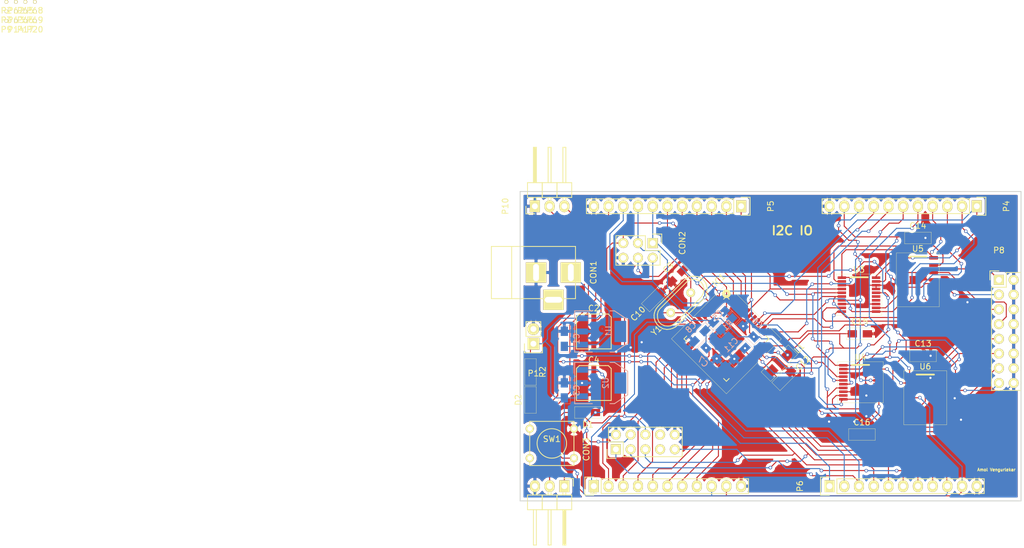
<source format=kicad_pcb>
(kicad_pcb (version 20221018) (generator pcbnew)
  (layers (0 "F.Cu" signal) (31 "B.Cu" signal) (34 "B.Paste" user) (35 "F.Paste" user) (36 "B.SilkS" user "B.Silkscreen") (37 "F.SilkS" user "F.Silkscreen") (38 "B.Mask" user) (39 "F.Mask" user) (44 "Edge.Cuts" user))
  (net 0 "")
  (net 1 "+12V")
  (net 2 "GND")
  (net 3 "+5V")
  (net 4 "+3V3")
  (net 5 "/AVR/~{Reset}")
  (net 6 "Net-(IC1-XTAL2)")
  (net 7 "Net-(IC1-XTAL1)")
  (net 8 "Net-(IC1-AREF)")
  (net 9 "Net-(IC1-AVCC)")
  (net 11 "/AVR/TCK")
  (net 12 "/AVR/TDO")
  (net 13 "/AVR/TMS")
  (net 16 "/AVR/TDI")
  (net 17 "Net-(D2-A)")
  (net 18 "Net-(IC1-(RXD)PD0)")
  (net 19 "Net-(IC1-(TXD)PD1)")
  (net 20 "Net-(IC1-(INT0)PD2)")
  (net 21 "Net-(IC1-(INT1)PD3)")
  (net 22 "Net-(IC1-(OC1B)PD4)")
  (net 23 "Net-(IC1-(OC1A)PD5)")
  (net 24 "Net-(IC1-(ICP)PD6)")
  (net 25 "Net-(IC1-(OC2)PD7)")
  (net 26 "SCL")
  (net 27 "SDA")
  (net 28 "Net-(IC1-(TOSC1)PC6)")
  (net 29 "Net-(IC1-(TOSC2)PC7)")
  (net 30 "PA7")
  (net 31 "PA6")
  (net 32 "PA5")
  (net 33 "PA4")
  (net 34 "PA3")
  (net 35 "PA2")
  (net 36 "PA1")
  (net 37 "PA0")
  (net 38 "PB0")
  (net 39 "PB1")
  (net 40 "Net-(IC1-(AIN0{slash}INT2)PB2)")
  (net 41 "Net-(IC1-(AIN1{slash}OC0)PB3)")
  (net 42 "Net-(IC1-(~{SS})PB4)")
  (net 43 "/analog/Amp1_IN_A")
  (net 44 "/analog/Amp1_IN_B")
  (net 45 "/analog/Amp1_IN_C")
  (net 46 "/analog/Amp1_IN_D")
  (net 47 "/analog/Amp2_IN_A")
  (net 48 "/analog/Amp2_IN_B")
  (net 49 "/analog/Amp2_IN_C")
  (net 50 "/analog/Amp2_IN_D")
  (net 53 "Net-(U3-P3W)")
  (net 54 "SCK")
  (net 55 "MOSI")
  (net 56 "Net-(U3-P1W)")
  (net 57 "Net-(U3-P0W)")
  (net 60 "MISO")
  (net 61 "Net-(U4-P3W)")
  (net 62 "Net-(U4-P1W)")
  (net 63 "Net-(U4-P0W)")
  (footprint "amol_parts_footprints:Aluminum SMD Electrolytic Capacitor - Size C" (layer "F.Cu") (at 101.6 57.15 180)
    (fp_text reference "C2")
    (fp_text value "100uF" hide)
  )
  (footprint "amol_parts_footprints:Aluminum SMD Electrolytic Capacitor - Size C" (layer "F.Cu") (at 101.6 66.04 180)
    (fp_text reference "C4")
    (fp_text value "100uF" hide)
  )
  (footprint "amol_parts_footprints:0805_HandSoldering" (layer "F.Cu") (at 115.951 47.625 45)
    (fp_text reference "C9")
    (fp_text value "22pF" hide)
  )
  (footprint "amol_parts_footprints:0805_HandSoldering" (layer "F.Cu") (at 112.141 51.435 -135)
    (fp_text reference "C10")
    (fp_text value "22pF" hide)
  )
  (footprint "amol_parts_footprints:0805_HandSoldering" (layer "F.Cu") (at 134.62 65.024 -135)
    (fp_text reference "C12")
    (fp_text value "100nF" hide)
  )
  (footprint "amol_parts_footprints:0805_HandSoldering" (layer "F.Cu") (at 158.369 61.341)
    (fp_text reference "C13")
    (fp_text value "100nF" hide)
  )
  (footprint "amol_parts_footprints:0805_HandSoldering" (layer "F.Cu") (at 157.48 41.021)
    (fp_text reference "C14")
    (fp_text value "100nF" hide)
  )
  (footprint "amol_parts_footprints:0805_HandSoldering" (layer "F.Cu") (at 147.46732 57.55132)
    (fp_text reference "C15")
    (fp_text value "100nF" hide)
  )
  (footprint "amol_parts_footprints:0805_HandSoldering" (layer "F.Cu") (at 147.828 74.93)
    (fp_text reference "C16")
    (fp_text value "100nF" hide)
  )
  (footprint "Connect:BARREL_JACK" (layer "F.Cu") (at 91.44 46.99)
    (fp_text reference "CON1")
    (fp_text value "BARREL_JACK" hide)
  )
  (footprint "Pin_Headers:Pin_Header_Straight_2x03" (layer "F.Cu") (at 111.76 41.91 -90)
    (fp_text reference "CON2")
    (fp_text value "AVR-ISP-6" hide)
  )
  (footprint "Pin_Headers:Pin_Header_Straight_2x05" (layer "F.Cu") (at 105.41 77.47 90)
    (fp_text reference "CON3")
    (fp_text value "AVR-JTAG-10" hide)
  )
  (footprint "amol_parts_footprints:0805_HandSoldering" (layer "F.Cu") (at 100.584 71.12 180)
    (fp_text reference "D1")
    (fp_text value "D" hide)
  )
  (footprint "amol_parts_footprints:0805_HandSoldering" (layer "F.Cu") (at 90.678 68.961 90)
    (fp_text reference "D2")
    (fp_text value "LED" hide)
  )
  (footprint "amol_parts_footprints:TQFP-44-1EP_10x10mm_Pitch0.8mm" (layer "F.Cu") (at 124.46 58.42 -45)
    (fp_text reference "IC1")
    (fp_text value "ATMEGA32-A" hide)
  )
  (footprint "amol_parts_footprints:1206_HandSoldering" (layer "F.Cu") (at 133.604 62.611 -135)
    (fp_text reference "L1")
    (fp_text value "10uH" hide)
  )
  (footprint "Pin_Headers:Pin_Header_Straight_1x02" (layer "F.Cu") (at 91.18346 59.2709 180)
    (fp_text reference "P1")
    (fp_text value "CONN_01X02" hide)
  )
  (footprint "Pin_Headers:Pin_Header_Straight_1x11" (layer "F.Cu") (at 167.64 35.56 -90)
    (fp_text reference "P4")
    (fp_text value "CONN_01X11" hide)
  )
  (footprint "Pin_Headers:Pin_Header_Straight_1x11" (layer "F.Cu") (at 127 35.56 -90)
    (fp_text reference "P5")
    (fp_text value "CONN_01X11" hide)
  )
  (footprint "Pin_Headers:Pin_Header_Straight_1x11" (layer "F.Cu") (at 142.24 83.82 90)
    (fp_text reference "P6")
    (fp_text value "CONN_01X11" hide)
  )
  (footprint "Pin_Headers:Pin_Header_Straight_1x11" (layer "F.Cu") (at 101.6 83.82 90)
    (fp_text reference "P7")
    (fp_text value "CONN_01X11" hide)
  )
  (footprint "Pin_Headers:Pin_Header_Angled_1x03" (layer "F.Cu") (at 91.44 35.56 90)
    (fp_text reference "P10")
    (fp_text value "CONN_01X03" hide)
  )
  (footprint "Pin_Headers:Pin_Header_Angled_1x03" (layer "F.Cu") (at 96.52 83.82 -90)
    (fp_text reference "P11")
    (fp_text value "CONN_01X03" hide)
  )
  (footprint "amol_parts_footprints:0805_HandSoldering" (layer "F.Cu") (at 90.678 64.135 -90)
    (fp_text reference "R2")
    (fp_text value "1K" hide)
  )
  (footprint "amol_parts_footprints:SW_PUSH_SMALL" (layer "F.Cu") (at 94.361 76.454)
    (fp_text reference "SW1")
    (fp_text value "Tactile_switch")
  )
  (footprint "amol_parts_footprints:TSSOP-20_4.4x6.5mm_Pitch0.65mm" (layer "F.Cu") (at 147.32 50.8)
    (fp_text reference "U3")
    (fp_text value "MCP4361")
  )
  (footprint "amol_parts_footprints:TSSOP-20_4.4x6.5mm_Pitch0.65mm" (layer "F.Cu") (at 147.574 65.913)
    (fp_text reference "U4")
    (fp_text value "MCP4361")
  )
  (footprint "amol_parts_footprints:SOIC-14_3.9x8.7mm_Pitch1.27mm" (layer "F.Cu") (at 157.48 48.26)
    (fp_text reference "U5")
    (fp_text value "OPA4350")
  )
  (footprint "amol_parts_footprints:SOIC-14_3.9x8.7mm_Pitch1.27mm" (layer "F.Cu") (at 158.75 68.58)
    (fp_text reference "U6")
    (fp_text value "OPA4350")
  )
  (footprint "Crystals:Crystal_HC49-U_Vertical" (layer "F.Cu") (at 116.586 52.197 45)
    (fp_text reference "Y1")
    (fp_text value "16MHz" hide)
  )
  (footprint "Pin_Headers:Pin_Header_Straight_2x08" (layer "F.Cu") (at 171.45 48.26)
    (fp_text reference "P8")
    (fp_text value "CONN_02X08" hide)
  )
  (footprint "amol_parts_footprints:groundpoint" (layer "F.Cu") (at 3.5875 3.5875)
    (fp_text reference "P17")
    (fp_text value "CONN_01X01" hide)
  )
  (footprint "amol_parts_footprints:groundpoint" (layer "F.Cu") (at 5.2225 0.3175)
    (fp_text reference "P18")
    (fp_text value "CONN_01X01" hide)
  )
  (footprint "amol_parts_footprints:groundpoint" (layer "F.Cu") (at 5.2225 1.9525)
    (fp_text reference "P19")
    (fp_text value "CONN_01X01" hide)
  )
  (footprint "amol_parts_footprints:groundpoint" (layer "F.Cu") (at 0.3175 3.5875)
    (fp_text reference "P9")
    (fp_text value "CONN_01X01" hide)
  )
  (footprint "amol_parts_footprints:groundpoint" (layer "F.Cu") (at 3.5875 0.3175)
    (fp_text reference "P15")
    (fp_text value "CONN_01X01" hide)
  )
  (footprint "amol_parts_footprints:groundpoint" (layer "F.Cu") (at 1.9525 0.3175)
    (fp_text reference "P12")
    (fp_text value "CONN_01X01" hide)
  )
  (footprint "amol_parts_footprints:groundpoint" (layer "F.Cu") (at 5.2225 3.5875)
    (fp_text reference "P20")
    (fp_text value "CONN_01X01" hide)
  )
  (footprint "amol_parts_footprints:groundpoint" (layer "F.Cu") (at 3.5875 1.9525)
    (fp_text reference "P16")
    (fp_text value "CONN_01X01" hide)
  )
  (footprint "amol_parts_footprints:groundpoint" (layer "F.Cu") (at 0.3175 0.3175)
    (fp_text reference "P2")
    (fp_text value "CONN_01X01" hide)
  )
  (footprint "amol_parts_footprints:groundpoint" (layer "F.Cu") (at 0.3175 1.9525)
    (fp_text reference "P3")
    (fp_text value "CONN_01X01" hide)
  )
  (footprint "amol_parts_footprints:groundpoint" (layer "F.Cu") (at 1.9525 1.9525)
    (fp_text reference "P13")
    (fp_text value "CONN_01X01" hide)
  )
  (footprint "amol_parts_footprints:groundpoint" (layer "F.Cu") (at 1.9525 3.5875)
    (fp_text reference "P14")
    (fp_text value "CONN_01X01" hide)
  )
  (footprint "amol_parts_footprints:0805_HandSoldering" (layer "B.Cu") (at 96.52 58.42 90)
    (fp_text reference "C1")
    (fp_text value "0.47uF" hide)
  )
  (footprint "amol_parts_footprints:0805_HandSoldering" (layer "B.Cu") (at 96.52 67.31 90)
    (fp_text reference "C3")
    (fp_text value "0.47uF" hide)
  )
  (footprint "amol_parts_footprints:0805_HandSoldering" (layer "B.Cu") (at 124.46 55.88 -135)
    (fp_text reference "C5")
    (fp_text value "100nF" hide)
  )
  (footprint "amol_parts_footprints:0805_HandSoldering" (layer "B.Cu") (at 128.27 57.15 135)
    (fp_text reference "C6")
    (fp_text value "100nF" hide)
  )
  (footprint "amol_parts_footprints:0805_HandSoldering" (layer "B.Cu") (at 121.8692 60.9092 -45)
    (fp_text reference "C7")
    (fp_text value "100nF" hide)
  )
  (footprint "amol_parts_footprints:0805_HandSoldering" (layer "B.Cu") (at 119.8372 57.9628 -135)
    (fp_text reference "C8")
    (fp_text value "100nF" hide)
  )
  (footprint "amol_parts_footprints:0805_HandSoldering" (layer "B.Cu") (at 126.746 60.96 -135)
    (fp_text reference "C11")
    (fp_text value "100nF" hide)
  )
  (footprint "amol_parts_footprints:0805_HandSoldering" (layer "B.Cu") (at 123.19 54.61 45)
    (fp_text reference "R1")
    (fp_text value "1K" hide)
  )
  (footprint "TO_SOT_Packages_SMD:SOT-223" (layer "B.Cu") (at 102.87 57.15 90)
    (fp_text reference "U1")
    (fp_text value "LM2940")
  )
  (footprint "TO_SOT_Packages_SMD:SOT-223" (layer "B.Cu") (at 102.87 66.04 90)
    (fp_text reference "U2")
    (fp_text value "LM3940")
  )
  (gr_line (start 175.26 86.36) (end 88.9 86.36) (stroke (width 0.15)) (layer "Edge.Cuts"))
  (gr_line (start 88.9 86.36) (end 88.9 33.02) (stroke (width 0.15)) (layer "Edge.Cuts"))
  (gr_line (start 88.9 33.02) (end 175.26 33.02) (stroke (width 0.15)) (layer "Edge.Cuts"))
  (gr_line (start 175.26 33.02) (end 175.26 86.36) (stroke (width 0.15)) (layer "Edge.Cuts"))
  (gr_text "Amol Vengurlekar" (at 167.64 81.28) (layer "F.SilkS") (effects (font (size 0.5 0.5) (thickness 0.125) bold) (justify left bottom)))
  (gr_text "I2C IO" (at 132.08 40.64) (layer "F.SilkS") (effects (font (size 1.5 1.5) (thickness 0.3) bold) (justify left bottom)))
  (segment (start 103.0478 56.6674) (end 103.0478 56.7182) (width 0.1778) (layer "B.Cu") (net 0))
  (segment (start 99.284 59.72) (end 99.568 59.436) (width 0.1778) (layer "B.Cu") (net 1))
  (segment (start 104.2416 53.59146) (end 97.64014 46.99) (width 0.1778) (layer "B.Cu") (net 1))
  (segment (start 99.568 59.436) (end 102.12832 59.436) (width 0.1778) (layer "B.Cu") (net 1))
  (segment (start 104.2416 57.32272) (end 104.2416 53.59146) (width 0.1778) (layer "B.Cu") (net 1))
  (segment (start 96.52 59.72) (end 99.284 59.72) (width 0.1778) (layer "B.Cu") (net 1))
  (segment (start 102.12832 59.436) (end 104.2416 57.32272) (width 0.1778) (layer "B.Cu") (net 1))
  (segment (start 144.624 64.288) (end 148.905966 64.288) (width 0.1778) (layer "F.Cu") (net 2))
  (segment (start 160.274 68.58) (end 159.639 67.945) (width 0.1778) (layer "F.Cu") (net 2))
  (segment (start 151.35352 55.97652) (end 154.30452 55.97652) (width 0.1778) (layer "F.Cu") (net 2))
  (segment (start 157.226 48.895) (end 157.861 48.26) (width 0.1778) (layer "F.Cu") (net 2))
  (segment (start 104.4702 61.6712) (end 104.4702 65.2018) (width 0.1778) (layer "F.Cu") (net 2))
  (segment (start 109.855 59.0042) (end 108.8644 59.0042) (width 0.1778) (layer "F.Cu") (net 2))
  (segment (start 125.857 61.849) (end 125.826761 61.879239) (width 0.1778) (layer "F.Cu") (net 2))
  (segment (start 153.009 49.175) (end 153.289 48.895) (width 0.1778) (layer "F.Cu") (net 2))
  (segment (start 148.767719 49.175) (end 148.767719 52.425) (width 0.1778) (layer "F.Cu") (net 2))
  (segment (start 148.46046 64.36868) (end 148.46046 67.43192) (width 0.1778) (layer "F.Cu") (net 2))
  (segment (start 148.59 68.199) (end 148.59 67.56815) (width 0.1778) (layer "F.Cu") (net 2))
  (segment (start 142.1638 72.6948) (end 141.097 72.6948) (width 0.1778) (layer "F.Cu") (net 2))
  (segment (start 148.76732 57.55132) (end 149.77872 57.55132) (width 0.1778) (layer "F.Cu") (net 2))
  (segment (start 147.167057 73.354657) (end 149.128 73.354657) (width 0.1778) (layer "F.Cu") (net 2))
  (segment (start 132.1943 62.13856) (end 130.9878 63.34506) (width 0.1778) (layer "F.Cu") (net 2))
  (segment (start 150.524 64.938) (end 150.524 64.288) (width 0.1778) (layer "F.Cu") (net 2))
  (segment (start 127.350761 55.503839) (end 127.350761 56.230761) (width 0.1778) (layer "F.Cu") (net 2))
  (segment (start 149.128 74.93) (end 149.128 73.354657) (width 0.1778) (layer "F.Cu") (net 2))
  (segment (start 105.4608 60.6806) (end 104.4702 61.6712) (width 0.1778) (layer "F.Cu") (net 2))
  (segment (start 108.8644 59.0042) (end 107.95 59.9186) (width 0.1778) (layer "F.Cu") (net 2))
  (segment (start 152.81148 43.79722) (end 152.78354 43.79722) (width 0.1778) (layer "F.Cu") (net 2))
  (segment (start 148.51888 64.31026) (end 148.46046 64.36868) (width 0.1778) (layer "F.Cu") (net 2))
  (segment (start 120.429491 54.414891) (end 121.8946 55.88) (width 0.1778) (layer "F.Cu") (net 2))
  (segment (start 150.27 52.425) (end 148.767719 52.425) (width 0.1778) (layer "F.Cu") (net 2))
  (segment (start 154.30452 55.97652) (end 159.669 61.341) (width 0.1778) (layer "F.Cu") (net 2))
  (segment (start 147.966649 48.614111) (end 147.966649 49.175) (width 0.1778) (layer "F.Cu") (net 2))
  (segment (start 128.465109 54.389491) (end 127.350761 55.503839) (width 0.1778) (layer "F.Cu") (net 2))
  (segment (start 149.128 72.293) (end 148.59 71.755) (width 0.1778) (layer "F.Cu") (net 2))
  (segment (start 141.097 72.6948) (end 135.539239 67.137039) (width 0.1778) (layer "F.Cu") (net 2))
  (segment (start 159.639 67.945) (end 159.639 65.151) (width 0.1778) (layer "F.Cu") (net 2))
  (segment (start 150.524 67.538) (end 148.868132 67.538) (width 0.1778) (layer "F.Cu") (net 2))
  (segment (start 103.632 66.04) (end 99.568 66.04) (width 0.1778) (layer "F.Cu") (net 2))
  (segment (start 135.539239 64.104761) (end 135.026588 63.59211) (width 0.1778) (layer "F.Cu") (net 2))
  (segment (start 162.8267 48.26) (end 166.02456 51.45786) (width 0.1778) (layer "F.Cu") (net 2))
  (segment (start 157.861 48.26) (end 160.18 48.26) (width 0.1778) (layer "F.Cu") (net 2))
  (segment (start 134.30317 63.59211) (end 132.84962 62.13856) (width 0.1778) (layer "F.Cu") (net 2))
  (segment (start 120.995177 63.016194) (end 121.006806 63.016194) (width 0.1778) (layer "F.Cu") (net 2))
  (segment (start 144.37 49.175) (end 147.966649 49.175) (width 0.1778) (layer "F.Cu") (net 2))
  (segment (start 130.9878 63.34506) (end 129.38506 63.34506) (width 0.1778) (layer "F.Cu") (net 2))
  (segment (start 148.62015 67.538) (end 144.624 67.538) (width 0.1778) (layer "F.Cu") (net 2))
  (segment (start 148.56654 67.538) (end 148.868132 67.538) (width 0.1778) (layer "F.Cu") (net 2))
  (segment (start 148.868132 67.538) (end 148.62015 67.538) (width 0.1778) (layer "F.Cu") (net 2))
  (segment (start 122.194561 61.828439) (end 122.788439 61.828439) (width 0.1778) (layer "F.Cu") (net 2))
  (segment (start 148.59 67.56815) (end 148.62015 67.538) (width 0.1778) (layer "F.Cu") (net 2))
  (segment (start 128.490509 54.389491) (end 128.465109 54.389491) (width 0.1778) (layer "F.Cu") (net 2))
  (segment (start 150.27 49.175) (end 150.27 49.825) (width 0.1778) (layer "F.Cu") (net 2))
  (segment (start 163.74364 68.58) (end 161.45 68.58) (width 0.1778) (layer "F.Cu") (net 2))
  (segment (start 148.767719 49.175) (end 150.27 49.175) (width 0.1778) (layer "F.Cu") (net 2))
  (segment (start 152.16378 75.25512) (end 162.02152 75.25512) (width 0.1778) (layer "F.Cu") (net 2))
  (segment (start 160.18 48.26) (end 162.8267 48.26) (width 0.1778) (layer "F.Cu") (net 2))
  (segment (start 146.5072 72.6948) (end 147.167057 73.354657) (width 0.1778) (layer "F.Cu") (net 2))
  (segment (start 162.02152 75.25512) (end 164.90696 72.36968) (width 0.1778) (layer "F.Cu") (net 2))
  (segment (start 149.128 74.93) (end 151.83866 74.93) (width 0.1778) (layer "F.Cu") (net 2))
  (segment (start 163.82492 68.66128) (end 163.74364 68.58) (width 0.1778) (layer "F.Cu") (net 2))
  (segment (start 148.767719 52.425) (end 144.37 52.425) (width 0.1778) (layer "F.Cu") (net 2))
  (segment (start 148.905966 64.288) (end 150.524 64.288) (width 0.1778) (layer "F.Cu") (net 2))
  (segment (start 161.45 68.58) (end 160.274 68.58) (width 0.1778) (layer "F.Cu") (net 2))
  (segment (start 166.02456 51.45786) (end 166.02456 52.10556) (width 0.1778) (layer "F.Cu") (net 2))
  (segment (start 121.006806 63.016194) (end 122.194561 61.828439) (width 0.1778) (layer "F.Cu") (net 2))
  (segment (start 150.27 49.175) (end 153.009 49.175) (width 0.1778) (layer "F.Cu") (net 2))
  (segment (start 151.83866 74.93) (end 152.16378 75.25512) (width 0.1778) (layer "F.Cu") (net 2))
  (segment (start 135.539239 67.137039) (end 135.539239 64.104761) (width 0.1778) (layer "F.Cu") (net 2))
  (segment (start 147.966649 49.175) (end 148.767719 49.175) (width 0.1778) (layer "F.Cu") (net 2))
  (segment (start 149.77872 57.55132) (end 151.35352 55.97652) (width 0.1778) (layer "F.Cu") (net 2))
  (segment (start 149.128 73.354657) (end 149.128 72.293) (width 0.1778) (layer "F.Cu") (net 2))
  (segment (start 135.026588 63.59211) (end 134.30317 63.59211) (width 0.1778) (layer "F.Cu") (net 2))
  (segment (start 132.84962 62.13856) (end 132.1943 62.13856) (width 0.1778) (layer "F.Cu") (net 2))
  (segment (start 104.4702 65.2018) (end 103.632 66.04) (width 0.1778) (layer "F.Cu") (net 2))
  (segment (start 148.46046 67.43192) (end 148.56654 67.538) (width 0.1778) (layer "F.Cu") (net 2))
  (segment (start 120.429491 54.389491) (end 120.429491 54.414891) (width 0.1778) (layer "F.Cu") (net 2))
  (segment (start 127.889 61.849) (end 125.857 61.849) (width 0.1778) (layer "F.Cu") (net 2))
  (segment (start 129.38506 63.34506) (end 128.490509 62.450509) (width 0.1778) (layer "F.Cu") (net 2))
  (segment (start 152.78354 43.79722) (end 147.966649 48.614111) (width 0.1778) (layer "F.Cu") (net 2))
  (segment (start 105.4608 60.6298) (end 105.4608 60.6806) (width 0.1778) (layer "F.Cu") (net 2))
  (segment (start 128.490509 62.450509) (end 127.889 61.849) (width 0.1778) (layer "F.Cu") (net 2))
  (segment (start 153.289 48.895) (end 157.226 48.895) (width 0.1778) (layer "F.Cu") (net 2))
  (via (at 164.90696 72.36968) (size 0.6) (drill 0.381) (layers "F.Cu" "B.Cu") (net 2))
  (via (at 142.1638 72.6948) (size 0.6) (drill 0.381) (layers "F.Cu" "B.Cu") (net 2))
  (via (at 159.639 65.151) (size 0.6) (drill 0.381) (layers "F.Cu" "B.Cu") (net 2))
  (via (at 122.788439 61.828439) (size 0.6) (drill 0.381) (layers "F.Cu" "B.Cu") (net 2))
  (via (at 107.95 59.9186) (size 0.6) (drill 0.381) (layers "F.Cu" "B.Cu") (net 2))
  (via (at 105.4608 60.6298) (size 0.6) (drill 0.381) (layers "F.Cu" "B.Cu") (net 2))
  (via (at 99.568 66.04) (size 0.6) (drill 0.381) (layers "F.Cu" "B.Cu") (net 2))
  (via (at 159.669 61.341) (size 0.6) (drill 0.381) (layers "F.Cu" "B.Cu") (net 2))
  (via (at 127.350761 56.230761) (size 0.6) (drill 0.381) (layers "F.Cu" "B.Cu") (net 2))
  (via (at 125.826761 61.879239) (size 0.6) (drill 0.381) (layers "F.Cu" "B.Cu") (net 2))
  (via (at 148.59 68.199) (size 0.6) (drill 0.381) (layers "F.Cu" "B.Cu") (net 2))
  (via (at 146.5072 72.6948) (size 0.6) (drill 0.381) (layers "F.Cu" "B.Cu") (net 2))
  (via (at 166.02456 52.10556) (size 0.6) (drill 0.381) (layers "F.Cu" "B.Cu") (net 2))
  (via (at 158.78 41.021) (size 0.6) (drill 0.381) (layers "F.Cu" "B.Cu") (net 2))
  (via (at 163.82492 68.66128) (size 0.6) (drill 0.381) (layers "F.Cu" "B.Cu") (net 2))
  (via (at 152.81148 43.79722) (size 0.6) (drill 0.381) (layers "F.Cu" "B.Cu") (net 2))
  (via (at 148.59 71.755) (size 0.6) (drill 0.381) (layers "F.Cu" "B.Cu") (net 2))
  (via (at 109.855 59.0042) (size 0.6) (drill 0.381) (layers "F.Cu" "B.Cu") (net 2))
  (segment (start 173.99 63.5) (end 173.99 60.96) (width 0.1778) (layer "B.Cu") (net 2))
  (segment (start 163.82492 67.1957) (end 163.82492 68.66128) (width 0.1778) (layer "B.Cu") (net 2))
  (segment (start 166.02456 64.99606) (end 163.82492 67.1957) (width 0.1778) (layer "B.Cu") (net 2))
  (segment (start 105.7656 60.325) (end 107.5436 60.325) (width 0.1778) (layer "B.Cu") (net 2))
  (segment (start 173.99 58.42) (end 173.99 55.88) (width 0.1778) (layer "B.Cu") (net 2))
  (segment (start 159.639 61.371) (end 159.669 61.341) (width 0.1778) (layer "B.Cu") (net 2))
  (segment (start 146.5072 72.6948) (end 142.1638 72.6948) (width 0.1778) (layer "B.Cu") (net 2))
  (segment (start 125.826761 62.133239) (end 124.587 63.373) (width 0.1778) (layer "B.Cu") (net 2))
  (segment (start 124.587 63.373) (end 124.5616 63.373) (width 0.1778) (layer "B.Cu") (net 2))
  (segment (start 125.826761 61.879239) (end 125.826761 62.133239) (width 0.1778) (layer "B.Cu") (net 2))
  (segment (start 123.571 64.3636) (end 116.5098 64.3636) (width 0.1778) (layer "B.Cu") (net 2))
  (segment (start 173.99 55.88) (end 173.99 53.34) (width 0.1778) (layer "B.Cu") (net 2))
  (segment (start 157.002 42.799) (end 158.78 41.021) (width 0.1778) (layer "B.Cu") (net 2))
  (segment (start 148.59 71.755) (end 148.59 68.199) (width 0.1778) (layer "B.Cu") (net 2))
  (segment (start 173.99 66.04) (end 173.99 63.5) (width 0.1778) (layer "B.Cu") (net 2))
  (segment (start 173.99 50.8) (end 173.99 48.26) (width 0.1778) (layer "B.Cu") (net 2))
  (segment (start 173.99 60.96) (end 173.99 58.42) (width 0.1778) (layer "B.Cu") (net 2))
  (segment (start 170.32986 69.70014) (end 173.99 66.04) (width 0.1778) (layer "B.Cu") (net 2))
  (segment (start 164.86378 69.70014) (end 163.82492 68.66128) (width 0.1778) (layer "B.Cu") (net 2))
  (segment (start 152.81148 43.79722) (end 153.8097 42.799) (width 0.1778) (layer "B.Cu") (net 2))
  (segment (start 164.86378 69.70014) (end 170.32986 69.70014) (width 0.1778) (layer "B.Cu") (net 2))
  (segment (start 166.02456 52.10556) (end 166.02456 64.99606) (width 0.1778) (layer "B.Cu") (net 2))
  (segment (start 153.8097 42.799) (end 157.002 42.799) (width 0.1778) (layer "B.Cu") (net 2))
  (segment (start 173.99 53.34) (end 173.99 50.8) (width 0.1778) (layer "B.Cu") (net 2))
  (segment (start 164.86378 72.3265) (end 164.86378 69.70014) (width 0.1778) (layer "B.Cu") (net 2))
  (segment (start 111.1504 59.0042) (end 109.855 59.0042) (width 0.1778) (layer "B.Cu") (net 2))
  (segment (start 105.4608 60.6298) (end 105.7656 60.325) (width 0.1778) (layer "B.Cu") (net 2))
  (segment (start 107.5436 60.325) (end 107.95 59.9186) (width 0.1778) (layer "B.Cu") (net 2))
  (segment (start 116.5098 64.3636) (end 111.1504 59.0042) (width 0.1778) (layer "B.Cu") (net 2))
  (segment (start 159.639 65.151) (end 159.639 61.371) (width 0.1778) (layer "B.Cu") (net 2))
  (segment (start 124.5616 63.373) (end 123.571 64.3636) (width 0.1778) (layer "B.Cu") (net 2))
  (segment (start 164.90696 72.36968) (end 164.86378 72.3265) (width 0.1778) (layer "B.Cu") (net 2))
  (segment (start 156.05 68.58) (end 157.78734 68.58) (width 0.1778) (layer "F.Cu") (net 3))
  (segment (start 146.62912 40.83812) (end 144.78 38.989) (width 0.1778) (layer "F.Cu") (net 3))
  (segment (start 90.678 59.77636) (end 91.18346 59.2709) (width 0.1778) (layer "F.Cu") (net 3))
  (segment (start 155.067 61.341) (end 155.448 61.341) (width 0.1778) (layer "F.Cu") (net 3))
  (segment (start 102.85476 54.2417) (end 102.78364 54.31282) (width 0.1778) (layer "F.Cu") (net 3))
  (segment (start 153.81986 41.52138) (end 153.844993 41.496247) (width 0.1778) (layer "F.Cu") (net 3))
  (segment (start 155.067 68.58) (end 153.162 66.675) (width 0.1778) (layer "F.Cu") (net 3))
  (segment (start 155.448 58.73242) (end 154.04592 57.33034) (width 0.1778) (layer "F.Cu") (net 3))
  (segment (start 155.448 61.341) (end 155.448 58.73242) (width 0.1778) (layer "F.Cu") (net 3))
  (segment (start 144.78 38.989) (end 144.78 35.56) (width 0.1778) (layer "F.Cu") (net 3))
  (segment (start 153.844993 40.83812) (end 146.62912 40.83812) (width 0.1778) (layer "F.Cu") (net 3))
  (segment (start 102.83698 54.22392) (end 102.85476 54.2417) (width 0.1778) (layer "F.Cu") (net 3))
  (segment (start 90.678 62.835) (end 90.678 59.77636) (width 0.1778) (layer "F.Cu") (net 3))
  (segment (start 156.05 68.58) (end 155.067 68.58) (width 0.1778) (layer "F.Cu") (net 3))
  (segment (start 157.78734 68.58) (end 157.81274 68.5546) (width 0.1778) (layer "F.Cu") (net 3))
  (segment (start 102.83698 54.14518) (end 102.83698 54.22392) (width 0.1778) (layer "F.Cu") (net 3))
  (segment (start 124.46 85.4837) (end 164.3507 85.4837) (width 0.1778) (layer "F.Cu") (net 3))
  (segment (start 153.844993 41.496247) (end 153.844993 40.83812) (width 0.1778) (layer "F.Cu") (net 3))
  (segment (start 102.83698 39.22268) (end 104.14 37.91966) (width 0.1778) (layer "F.Cu") (net 3))
  (segment (start 124.46 83.82) (end 124.46 85.4837) (width 0.1778) (layer "F.Cu") (net 3))
  (segment (start 102.78364 54.61254) (end 102.24618 55.15) (width 0.1778) (layer "F.Cu") (net 3))
  (segment (start 155.99712 40.83812) (end 153.844993 40.83812) (width 0.1778) (layer "F.Cu") (net 3))
  (segment (start 156.18 41.021) (end 155.99712 40.83812) (width 0.1778) (layer "F.Cu") (net 3))
  (segment (start 98.7552 83.947) (end 98.7552 81.67116) (width 0.1778) (layer "F.Cu") (net 3))
  (segment (start 164.3507 85.4837) (end 165.1 84.7344) (width 0.1778) (layer "F.Cu") (net 3))
  (segment (start 153.41092 48.26) (end 154.78 48.26) (width 0.1778) (layer "F.Cu") (net 3))
  (segment (start 153.162 63.246) (end 155.067 61.341) (width 0.1778) (layer "F.Cu") (net 3))
  (segment (start 100.30714 85.49894) (end 98.7552 83.947) (width 0.1778) (layer "F.Cu") (net 3))
  (segment (start 102.24618 55.15) (end 101.6 55.15) (width 0.1778) (layer "F.Cu") (net 3))
  (segment (start 104.14 37.91966) (end 104.14 35.56) (width 0.1778) (layer "F.Cu") (net 3))
  (segment (start 102.83698 54.14518) (end 102.83698 39.22268) (width 0.1778) (layer "F.Cu") (net 3))
  (segment (start 165.1 84.7344) (end 165.1 83.82) (width 0.1778) (layer "F.Cu") (net 3))
  (segment (start 124.44476 85.49894) (end 100.30714 85.49894) (width 0.1778) (layer "F.Cu") (net 3))
  (segment (start 102.78364 54.31282) (end 102.78364 54.61254) (width 0.1778) (layer "F.Cu") (net 3))
  (segment (start 124.46 85.4837) (end 124.44476 85.49894) (width 0.1778) (layer "F.Cu") (net 3))
  (segment (start 155.067 61.341) (end 157.069 61.341) (width 0.1778) (layer "F.Cu") (net 3))
  (segment (start 153.162 66.675) (end 153.162 63.246) (width 0.1778) (layer "F.Cu") (net 3))
  (segment (start 152.84196 47.69104) (end 153.41092 48.26) (width 0.1778) (layer "F.Cu") (net 3))
  (via (at 98.7552 81.67116) (size 0.6) (drill 0.381) (layers "F.Cu" "B.Cu") (net 3))
  (via (at 157.81274 68.5546) (size 0.6) (drill 0.381) (layers "F.Cu" "B.Cu") (net 3))
  (via (at 102.83698 54.14518) (size 0.6) (drill 0.381) (layers "F.Cu" "B.Cu") (net 3))
  (via (at 154.04592 57.33034) (size 0.6) (drill 0.381) (layers "F.Cu" "B.Cu") (net 3))
  (via (at 153.81986 41.52138) (size 0.6) (drill 0.381) (layers "F.Cu" "B.Cu") (net 3))
  (via (at 152.84196 47.69104) (size 0.6) (drill 0.381) (layers "F.Cu" "B.Cu") (net 3))
  (segment (start 93.60408 58.41492) (end 93.60408 56.99252) (width 0.1778) (layer "B.Cu") (net 3))
  (segment (start 96.94418 81.01076) (end 96.52 80.58658) (width 0.1778) (layer "B.Cu") (net 3))
  (segment (start 92.7481 59.2709) (end 93.19834 58.82066) (width 0.1778) (layer "B.Cu") (net 3))
  (segment (start 154.04592 57.33034) (end 153.30424 56.58866) (width 0.1778) (layer "B.Cu") (net 3))
  (segment (start 152.84196 49.0474) (end 152.84196 47.69104) (width 0.1778) (layer "B.Cu") (net 3))
  (segment (start 94.17812 67.74688) (end 95.04124 68.61) (width 0.1778) (layer "B.Cu") (net 3))
  (segment (start 93.60408 56.99252) (end 95.7326 54.864) (width 0.1778) (layer "B.Cu") (net 3))
  (segment (start 95.04124 68.61) (end 96.52 68.61) (width 0.1778) (layer "B.Cu") (net 3))
  (segment (start 91.18346 59.2709) (end 92.7481 59.2709) (width 0.1778) (layer "B.Cu") (net 3))
  (segment (start 96.52 80.58658) (end 96.52 68.61) (width 0.1778) (layer "B.Cu") (net 3))
  (segment (start 102.11816 54.864) (end 102.83698 54.14518) (width 0.1778) (layer "B.Cu") (net 3))
  (segment (start 98.27768 81.01076) (end 96.94418 81.01076) (width 0.1778) (layer "B.Cu") (net 3))
  (segment (start 99.284 68.61) (end 99.568 68.326) (width 0.1778) (layer "B.Cu") (net 3))
  (segment (start 99.568 54.864) (end 102.11816 54.864) (width 0.1778) (layer "B.Cu") (net 3))
  (segment (start 98.7552 81.48828) (end 98.27768 81.01076) (width 0.1778) (layer "B.Cu") (net 3))
  (segment (start 151.95804 43.3832) (end 153.81986 41.52138) (width 0.1778) (layer "B.Cu") (net 3))
  (segment (start 152.84196 47.69104) (end 151.95804 46.80712) (width 0.1778) (layer "B.Cu") (net 3))
  (segment (start 93.19834 58.82066) (end 93.19834 58.84738) (width 0.1778) (layer "B.Cu") (net 3))
  (segment (start 153.30424 56.58866) (end 153.30424 49.50968) (width 0.1778) (layer "B.Cu") (net 3))
  (segment (start 159.51708 74.8665) (end 165.1 80.44942) (width 0.1778) (layer "B.Cu") (net 3))
  (segment (start 151.95804 46.80712) (end 151.95804 43.3832) (width 0.1778) (layer "B.Cu") (net 3))
  (segment (start 144.78 36.6903) (end 144.78 35.56) (width 0.1778) (layer "B.Cu") (net 3))
  (segment (start 165.1 80.44942) (end 165.1 83.82) (width 0.1778) (layer "B.Cu") (net 3))
  (segment (start 159.51708 70.25894) (end 159.51708 74.8665) (width 0.1778) (layer "B.Cu") (net 3))
  (segment (start 96.52 68.61) (end 99.284 68.61) (width 0.1778) (layer "B.Cu") (net 3))
  (segment (start 153.30424 49.50968) (end 152.84196 49.0474) (width 0.1778) (layer "B.Cu") (net 3))
  (segment (start 95.7326 54.864) (end 99.568 54.864) (width 0.1778) (layer "B.Cu") (net 3))
  (segment (start 93.19834 58.82066) (end 93.60408 58.41492) (width 0.1778) (layer "B.Cu") (net 3))
  (segment (start 94.17812 59.82716) (end 94.17812 67.74688) (width 0.1778) (layer "B.Cu") (net 3))
  (segment (start 157.81274 68.5546) (end 159.51708 70.25894) (width 0.1778) (layer "B.Cu") (net 3))
  (segment (start 93.19834 58.84738) (end 94.17812 59.82716) (width 0.1778) (layer "B.Cu") (net 3))
  (segment (start 98.7552 81.67116) (end 98.7552 81.48828) (width 0.1778) (layer "B.Cu") (net 3))
  (segment (start 143.424 66.888) (end 141.859 68.453) (width 0.1778) (layer "F.Cu") (net 4))
  (segment (start 162.45586 79.629) (end 162.45586 83.71586) (width 0.1778) (layer "F.Cu") (net 4))
  (segment (start 146.94154 60.02274) (end 144.7165 60.02274) (width 0.1778) (layer "F.Cu") (net 4))
  (segment (start 146.528 74.9) (end 146.528 74.93) (width 0.1778) (layer "F.Cu") (net 4))
  (segment (start 144.908621 73.280621) (end 146.528 74.9) (width 0.1778) (layer "F.Cu") (net 4))
  (segment (start 102.3874 76.14666) (end 102.35692 76.17714) (width 0.1778) (layer "F.Cu") (net 4))
  (segment (start 144.624 66.888) (end 143.424 66.888) (width 0.1778) (layer "F.Cu") (net 4))
  (segment (start 146.63674 43.77182) (end 146.63674 43.91152) (width 0.1778) (layer "F.Cu") (net 4))
  (segment (start 144.900299 73.280621) (end 144.908621 73.280621) (width 0.1778) (layer "F.Cu") (net 4))
  (segment (start 141.8844 67.1068) (end 141.8844 68.4276) (width 0.1778) (layer "F.Cu") (net 4))
  (segment (start 129.056194 54.955177) (end 128.455154 55.556217) (width 0.1778) (layer "F.Cu") (net 4))
  (segment (start 144.24914 60.02274) (end 142.35938 60.02274) (width 0.1778) (layer "F.Cu") (net 4))
  (segment (start 120.429491 62.420029) (end 121.46788 61.38164) (width 0.1778) (layer "F.Cu") (net 4))
  (segment (start 103.0478 64.56426) (end 102.52354 64.04) (width 0.1778) (layer "F.Cu") (net 4))
  (segment (start 162.45586 83.71586) (end 162.56 83.82) (width 0.1778) (layer "F.Cu") (net 4))
  (segment (start 144.7165 60.02274) (end 144.000262 59.306502) (width 0.1778) (layer "F.Cu") (net 4))
  (segment (start 144.7165 60.02274) (end 144.24914 60.02274) (width 0.1778) (layer "F.Cu") (net 4))
  (segment (start 146.8501 41.43502) (end 147.13204 41.71696) (width 0.1778) (layer "F.Cu") (net 4))
  (segment (start 141.8844 68.4276) (end 141.859 68.453) (width 0.1778) (layer "F.Cu") (net 4))
  (segment (start 101.884 71.12) (end 102.48138 71.12) (width 0.1778) (layer "F.Cu") (net 4))
  (segment (start 120.429491 62.450509) (end 120.429491 62.420029) (width 0.1778) (layer "F.Cu") (net 4))
  (segment (start 143.79956 38.90772) (end 143.79956 39.67226) (width 0.1778) (layer "F.Cu") (net 4))
  (segment (start 100.3681 75.47102) (end 100.3681 74.2696) (width 0.1778) (layer "F.Cu") (net 4))
  (segment (start 138.684 57.531) (end 144.000262 57.531) (width 0.1778) (layer "F.Cu") (net 4))
  (segment (start 141.859 70.231) (end 144.908621 73.280621) (width 0.1778) (layer "F.Cu") (net 4))
  (segment (start 142.35938 60.02274) (end 141.87932 60.5028) (width 0.1778) (layer "F.Cu") (net 4))
  (segment (start 120.995177 53.823806) (end 122.416371 55.245) (width 0.1778) (layer "F.Cu") (net 4))
  (segment (start 141.859 68.453) (end 141.859 70.231) (width 0.1778) (layer "F.Cu") (net 4))
  (segment (start 144.37 51.775) (end 147.51594 51.775) (width 0.1778) (layer "F.Cu") (net 4))
  (segment (start 122.416371 55.245) (end 122.428 55.245) (width 0.1778) (layer "F.Cu") (net 4))
  (segment (start 128.455154 57.335154) (end 129.189239 58.069239) (width 0.1778) (layer "F.Cu") (net 4))
  (segment (start 121.46788 60.50788) (end 120.949961 59.989961) (width 0.1778) (layer "F.Cu") (net 4))
  (segment (start 147.55368 59.4106) (end 146.94154 60.02274) (width 0.1778) (layer "F.Cu") (net 4))
  (segment (start 135.018214 61.196786) (end 138.684 57.531) (width 0.1778) (layer "F.Cu") (net 4))
  (segment (start 146.63674 43.91152) (end 147.57146 44.84624) (width 0.1778) (layer "F.Cu") (net 4))
  (segment (start 144.000262 59.306502) (end 144.000262 57.531) (width 0.1778) (layer "F.Cu") (net 4))
  (segment (start 145.56232 41.43502) (end 146.8501 41.43502) (width 0.1778) (layer "F.Cu") (net 4))
  (segment (start 144.000262 57.531) (end 146.147 57.531) (width 0.1778) (layer "F.Cu") (net 4))
  (segment (start 143.79956 39.67226) (end 145.56232 41.43502) (width 0.1778) (layer "F.Cu") (net 4))
  (segment (start 159.01416 76.1873) (end 162.45586 79.629) (width 0.1778) (layer "F.Cu") (net 4))
  (segment (start 121.46788 61.38164) (end 121.46788 60.50788) (width 0.1778) (layer "F.Cu") (net 4))
  (segment (start 146.528 74.93) (end 146.528 75.2048) (width 0.1778) (layer "F.Cu") (net 4))
  (segment (start 102.52354 64.04) (end 101.6 64.04) (width 0.1778) (layer "F.Cu") (net 4))
  (segment (start 101.07422 76.17714) (end 100.3681 75.47102) (width 0.1778) (layer "F.Cu") (net 4))
  (segment (start 143.80718 38.9001) (end 143.79956 38.90772) (width 0.1778) (layer "F.Cu") (net 4))
  (segment (start 128.455154 55.556217) (end 128.455154 57.335154) (width 0.1778) (layer "F.Cu") (net 4))
  (segment (start 147.5105 76.1873) (end 159.01416 76.1873) (width 0.1778) (layer "F.Cu") (net 4))
  (segment (start 102.35692 76.17714) (end 101.07422 76.17714) (width 0.1778) (layer "F.Cu") (net 4))
  (segment (start 146.528 75.2048) (end 147.5105 76.1873) (width 0.1778) (layer "F.Cu") (net 4))
  (segment (start 147.51594 51.775) (end 147.56638 51.72456) (width 0.1778) (layer "F.Cu") (net 4))
  (via (at 103.0478 64.56426) (size 0.6) (drill 0.381) (layers "F.Cu" "B.Cu") (net 4))
  (via (at 101.884 71.12) (size 0.6) (drill 0.381) (layers "F.Cu" "B.Cu") (net 4))
  (via (at 102.3874 76.14666) (size 0.6) (drill 0.381) (layers "F.Cu" "B.Cu") (net 4))
  (via (at 147.56638 51.72456) (size 0.6) (drill 0.381) (layers "F.Cu" "B.Cu") (net 4))
  (via (at 135.018214 61.196786) (size 0.6) (drill 0.381) (layers "F.Cu" "B.Cu") (net 4))
  (via (at 141.8844 67.1068) (size 0.6) (drill 0.381) (layers "F.Cu" "B.Cu") (net 4))
  (via (at 147.57146 44.84624) (size 0.6) (drill 0.381) (layers "F.Cu" "B.Cu") (net 4))
  (via (at 122.428 55.245) (size 0.6) (drill 0.381) (layers "F.Cu" "B.Cu") (net 4))
  (via (at 146.63674 43.77182) (size 0.6) (drill 0.381) (layers "F.Cu" "B.Cu") (net 4))
  (via (at 129.189239 58.069239) (size 0.6) (drill 0.381) (layers "F.Cu" "B.Cu") (net 4))
  (via (at 147.13204 41.71696) (size 0.6) (drill 0.381) (layers "F.Cu" "B.Cu") (net 4))
  (via (at 141.87932 60.5028) (size 0.6) (drill 0.381) (layers "F.Cu" "B.Cu") (net 4))
  (via (at 120.949961 59.989961) (size 0.6) (drill 0.381) (layers "F.Cu" "B.Cu") (net 4))
  (via (at 100.3681 74.2696) (size 0.6) (drill 0.381) (layers "F.Cu" "B.Cu") (net 4))
  (via (at 143.80718 38.9001) (size 0.6) (drill 0.381) (layers "F.Cu" "B.Cu") (net 4))
  (via (at 147.55368 59.4106) (size 0.6) (drill 0.381) (layers "F.Cu" "B.Cu") (net 4))
  (segment (start 121.92 85.49386) (end 162.18154 85.49386) (width 0.1778) (layer "B.Cu") (net 4))
  (segment (start 121.92 85.49386) (end 100.26142 85.49386) (width 0.1778) (layer "B.Cu") (net 4))
  (segment (start 121.92 83.82) (end 121.92 85.49386) (width 0.1778) (layer "B.Cu") (net 4))
  (segment (start 143.80464 38.33876) (end 144.22374 37.91966) (width 0.1778) (layer "B.Cu") (net 4))
  (segment (start 102.9716 71.12) (end 103.42372 70.66788) (width 0.1778) (layer "B.Cu") (net 4))
  (segment (start 143.80464 38.89756) (end 143.80464 38.33876) (width 0.1778) (layer "B.Cu") (net 4))
  (segment (start 102.43566 76.19492) (end 102.3874 76.14666) (width 0.1778) (layer "B.Cu") (net 4))
  (segment (start 120.949961 59.989961) (end 120.949961 57.237083) (width 0.1778) (layer "B.Cu") (net 4))
  (segment (start 129.189239 58.069239) (end 130.173122 58.069239) (width 0.1778) (layer "B.Cu") (net 4))
  (segment (start 147.56638 51.72456) (end 147.56638 44.85132) (width 0.1778) (layer "B.Cu") (net 4))
  (segment (start 134.983786 61.196786) (end 135.018214 61.196786) (width 0.1778) (layer "B.Cu") (net 4))
  (segment (start 107.95 74.93) (end 107.95 75.17638) (width 0.1778) (layer "B.Cu") (net 4))
  (segment (start 130.173122 58.069239) (end 130.523883 58.42) (width 0.1778) (layer "B.Cu") (net 4))
  (segment (start 106.93146 76.19492) (end 102.43566 76.19492) (width 0.1778) (layer "B.Cu") (net 4))
  (segment (start 147.55114 51.7398) (end 147.55114 59.40806) (width 0.1778) (layer "B.Cu") (net 4))
  (segment (start 122.907156 54.892844) (end 123.472844 54.892844) (width 0.1778) (layer "B.Cu") (net 4))
  (segment (start 147.13204 41.71696) (end 147.13204 42.44848) (width 0.1778) (layer "B.Cu") (net 4))
  (segment (start 147.56638 44.85132) (end 147.57146 44.84624) (width 0.1778) (layer "B.Cu") (net 4))
  (segment (start 143.80718 38.9001) (end 143.80464 38.89756) (width 0.1778) (layer "B.Cu") (net 4))
  (segment (start 99.79914 85.03158) (end 99.79914 74.83856) (width 0.1778) (layer "B.Cu") (net 4))
  (segment (start 123.472844 54.892844) (end 126.649239 58.069239) (width 0.1778) (layer "B.Cu") (net 4))
  (segment (start 99.79914 74.83856) (end 100.3681 74.2696) (width 0.1778) (layer "B.Cu") (net 4))
  (segment (start 107.95 75.17638) (end 106.93146 76.19492) (width 0.1778) (layer "B.Cu") (net 4))
  (segment (start 111.76 48.56226) (end 118.44274 55.245) (width 0.1778) (layer "B.Cu") (net 4))
  (segment (start 141.8844 67.1068) (end 141.478 66.7004) (width 0.1778) (layer "B.Cu") (net 4))
  (segment (start 120.949961 57.237083) (end 120.756439 57.043561) (width 0.1778) (layer "B.Cu") (net 4))
  (segment (start 141.478 66.7004) (end 141.478 60.90412) (width 0.1778) (layer "B.Cu") (net 4))
  (segment (start 162.18154 85.49386) (end 162.56 85.1154) (width 0.1778) (layer "B.Cu") (net 4))
  (segment (start 104.37368 40.31488) (end 106.68 38.00856) (width 0.1778) (layer "B.Cu") (net 4))
  (segment (start 99.568 63.754) (end 102.23754 63.754) (width 0.1778) (layer "B.Cu") (net 4))
  (segment (start 103.42372 70.66788) (end 103.42372 64.94018) (width 0.1778) (layer "B.Cu") (net 4))
  (segment (start 144.22374 37.91966) (end 145.84934 37.91966) (width 0.1778) (layer "B.Cu") (net 4))
  (segment (start 162.56 85.1154) (end 162.56 83.82) (width 0.1778) (layer "B.Cu") (net 4))
  (segment (start 106.68 38.00856) (end 106.68 35.56) (width 0.1778) (layer "B.Cu") (net 4))
  (segment (start 147.55114 59.40806) (end 147.55368 59.4106) (width 0.1778) (layer "B.Cu") (net 4))
  (segment (start 104.37368 46.44644) (end 104.37368 40.31488) (width 0.1778) (layer "B.Cu") (net 4))
  (segment (start 146.63674 42.94378) (end 146.63674 43.77182) (width 0.1778) (layer "B.Cu") (net 4))
  (segment (start 130.523883 58.42) (end 132.207 58.42) (width 0.1778) (layer "B.Cu") (net 4))
  (segment (start 132.207 58.42) (end 134.983786 61.196786) (width 0.1778) (layer "B.Cu") (net 4))
  (segment (start 100.3681 72.6359) (end 101.884 71.12) (width 0.1778) (layer "B.Cu") (net 4))
  (segment (start 111.76 44.45) (end 111.76 48.56226) (width 0.1778) (layer "B.Cu") (net 4))
  (segment (start 120.756439 57.043561) (end 122.270761 55.529239) (width 0.1778) (layer "B.Cu") (net 4))
  (segment (start 122.270761 55.529239) (end 122.907156 54.892844) (width 0.1778) (layer "B.Cu") (net 4))
  (segment (start 108.0135 48.56226) (end 108.01096 48.55972) (width 0.1778) (layer "B.Cu") (net 4))
  (segment (start 126.649239 58.069239) (end 129.189239 58.069239) (width 0.1778) (layer "B.Cu") (net 4))
  (segment (start 100.26142 85.49386) (end 99.79914 85.03158) (width 0.1778) (layer "B.Cu") (net 4))
  (segment (start 141.478 60.90412) (end 141.87932 60.5028) (width 0.1778) (layer "B.Cu") (net 4))
  (segment (start 101.884 71.12) (end 102.9716 71.12) (width 0.1778) (layer "B.Cu") (net 4))
  (segment (start 106.48696 48.55972) (end 104.37368 46.44644) (width 0.1778) (layer "B.Cu") (net 4))
  (segment (start 147.56638 51.72456) (end 147.55114 51.7398) (width 0.1778) (layer "B.Cu") (net 4))
  (segment (start 111.76 48.56226) (end 108.0135 48.56226) (width 0.1778) (layer "B.Cu") (net 4))
  (segment (start 118.44274 55.245) (end 122.428 55.245) (width 0.1778) (layer "B.Cu") (net 4))
  (segment (start 103.42372 64.94018) (end 103.0478 64.56426) (width 0.1778) (layer "B.Cu") (net 4))
  (segment (start 145.84934 37.91966) (end 147.32 36.449) (width 0.1778) (layer "B.Cu") (net 4))
  (segment (start 102.23754 63.754) (end 103.0478 64.56426) (width 0.1778) (layer "B.Cu") (net 4))
  (segment (start 147.32 36.449) (end 147.32 35.56) (width 0.1778) (layer "B.Cu") (net 4))
  (segment (start 108.01096 48.55972) (end 106.48696 48.55972) (width 0.1778) (layer "B.Cu") (net 4))
  (segment (start 147.13204 42.44848) (end 146.63674 42.94378) (width 0.1778) (layer "B.Cu") (net 4))
  (segment (start 100.3681 74.2696) (end 100.3681 72.6359) (width 0.1778) (layer "B.Cu") (net 4))
  (segment (start 121.58412 53.25812) (end 122.301 53.975) (width 0.1778) (layer "F.Cu") (net 5))
  (segment (start 122.301 53.975) (end 123.825 53.975) (width 0.1778) (layer "F.Cu") (net 5))
  (segment (start 94.64802 77.46746) (end 94.64802 72.93356) (width 0.1778) (layer "F.Cu") (net 5))
  (segment (start 103.82504 42.85742) (end 104.77246 41.91) (width 0.1778) (layer "F.Cu") (net 5))
  (segment (start 115.82654 39.08806) (end 115.27028 38.5318) (width 0.1778) (layer "F.Cu") (net 5))
  (segment (start 96.46158 71.12) (end 99.284 71.12) (width 0.1778) (layer "F.Cu") (net 5))
  (segment (start 101.0747 72.9107) (end 99.284 71.12) (width 0.1778) (layer "F.Cu") (net 5))
  (segment (start 104.77246 41.91) (end 106.68 41.91) (width 0.1778) (layer "F.Cu") (net 5))
  (segment (start 94.64802 72.93356) (end 96.46158 71.12) (width 0.1778) (layer "F.Cu") (net 5))
  (segment (start 96.17456 78.994) (end 94.64802 77.46746) (width 0.1778) (layer "F.Cu") (net 5))
  (segment (start 115.82654 40.82288) (end 115.82654 39.08806) (width 0.1778) (layer "F.Cu") (net 5))
  (segment (start 106.90352 71.77278) (end 106.90352 52.21478) (width 0.1778) (layer "F.Cu") (net 5))
  (segment (start 123.825 53.975) (end 123.825 53.66766) (width 0.1778) (layer "F.Cu") (net 5))
  (segment (start 103.1113 72.9107) (end 101.0747 72.9107) (width 0.1778) (layer "F.Cu") (net 5))
  (segment (start 103.82504 49.1363) (end 103.82504 42.85742) (width 0.1778) (layer "F.Cu") (net 5))
  (segment (start 112.9538 38.4556) (end 107.74172 38.4556) (width 0.1778) (layer "F.Cu") (net 5))
  (segment (start 123.825 53.66766) (end 124.4854 53.00726) (width 0.1778) (layer "F.Cu") (net 5))
  (segment (start 106.90352 52.21478) (end 103.82504 49.1363) (width 0.1778) (layer "F.Cu") (net 5))
  (segment (start 124.4854 49.48174) (end 115.82654 40.82288) (width 0.1778) (layer "F.Cu") (net 5))
  (segment (start 121.560862 53.25812) (end 121.58412 53.25812) (width 0.1778) (layer "F.Cu") (net 5))
  (segment (start 98.171 78.994) (end 96.17456 78.994) (width 0.1778) (layer "F.Cu") (net 5))
  (segment (start 124.4854 53.00726) (end 124.4854 49.48174) (width 0.1778) (layer "F.Cu") (net 5))
  (segment (start 104.24922 71.77278) (end 103.1113 72.9107) (width 0.1778) (layer "F.Cu") (net 5))
  (segment (start 107.74172 38.4556) (end 106.68 39.51732) (width 0.1778) (layer "F.Cu") (net 5))
  (segment (start 106.90352 71.77278) (end 104.24922 71.77278) (width 0.1778) (layer "F.Cu") (net 5))
  (segment (start 106.68 39.51732) (end 106.68 41.91) (width 0.1778) (layer "F.Cu") (net 5))
  (via (at 115.27028 38.5318) (size 0.6) (drill 0.381) (layers "F.Cu" "B.Cu") (net 5))
  (via (at 112.9538 38.4556) (size 0.6) (drill 0.381) (layers "F.Cu" "B.Cu") (net 5))
  (via (at 123.825 53.975) (size 0.6) (drill 0.381) (layers "F.Cu" "B.Cu") (net 5))
  (via (at 106.90352 71.77278) (size 0.6) (drill 0.381) (layers "F.Cu" "B.Cu") (net 5))
  (segment (start 123.825 53.975) (end 124.109239 53.690761) (width 0.1778) (layer "B.Cu") (net 5))
  (segment (start 106.98988 71.85914) (end 106.90352 71.77278) (width 0.1778) (layer "B.Cu") (net 5))
  (segment (start 110.49 73.51776) (end 108.83138 71.85914) (width 0.1778) (layer "B.Cu") (net 5))
  (segment (start 115.27028 38.5318) (end 115.19408 38.4556) (width 0.1778) (layer "B.Cu") (net 5))
  (segment (start 124.109239 53.690761) (end 125.379239 54.960761) (width 0.1778) (layer "B.Cu") (net 5))
  (segment (start 108.83138 71.85914) (end 106.98988 71.85914) (width 0.1778) (layer "B.Cu") (net 5))
  (segment (start 110.49 74.93) (end 110.49 73.51776) (width 0.1778) (layer "B.Cu") (net 5))
  (segment (start 115.19408 38.4556) (end 112.9538 38.4556) (width 0.1778) (layer "B.Cu") (net 5))
  (segment (start 118.312005 50.470995) (end 118.312005 53.288005) (width 0.1778) (layer "F.Cu") (net 6))
  (segment (start 119.863806 54.839806) (end 119.863806 54.955177) (width 0.1778) (layer "F.Cu") (net 6))
  (segment (start 118.312005 53.288005) (end 119.863806 54.839806) (width 0.1778) (layer "F.Cu") (net 6))
  (segment (start 118.312005 48.147527) (end 116.870239 46.705761) (width 0.1778) (layer "F.Cu") (net 6))
  (segment (start 118.312005 50.470995) (end 118.312005 48.147527) (width 0.1778) (layer "F.Cu") (net 6))
  (segment (start 114.859995 53.923005) (end 117.700263 53.923005) (width 0.1778) (layer "F.Cu") (net 7))
  (segment (start 112.790527 53.923005) (end 111.221761 52.354239) (width 0.1778) (layer "F.Cu") (net 7))
  (segment (start 114.859995 53.923005) (end 112.790527 53.923005) (width 0.1778) (layer "F.Cu") (net 7))
  (segment (start 117.700263 53.923005) (end 119.29812 55.520862) (width 0.1778) (layer "F.Cu") (net 7))
  (segment (start 127.665239 60.493868) (end 127.665239 60.040761) (width 0.1778) (layer "F.Cu") (net 8))
  (segment (start 129.056194 61.884823) (end 127.665239 60.493868) (width 0.1778) (layer "F.Cu") (net 8))
  (via (at 127.665239 60.040761) (size 0.6) (drill 0.381) (layers "F.Cu" "B.Cu") (net 8))
  (segment (start 132.189786 64.025214) (end 133.700761 65.536189) (width 0.1778) (layer "F.Cu") (net 9))
  (segment (start 133.700761 65.536189) (end 133.700761 65.943239) (width 0.1778) (layer "F.Cu") (net 9))
  (segment (start 128.933843 64.025214) (end 132.189786 64.025214) (width 0.1778) (layer "F.Cu") (net 9))
  (segment (start 127.924823 63.016194) (end 128.933843 64.025214) (width 0.1778) (layer "F.Cu") (net 9))
  (segment (start 122.692233 64.71325) (end 122.67271 64.71325) (width 0.1778) (layer "F.Cu") (net 11))
  (segment (start 139.05484 81.76768) (end 139.30122 82.01406) (width 0.1778) (layer "F.Cu") (net 11))
  (segment (start 122.67271 64.71325) (end 121.12752 66.25844) (width 0.1778) (layer "F.Cu") (net 11))
  (segment (start 146.26336 82.01406) (end 147.32 83.0707) (width 0.1778) (layer "F.Cu") (net 11))
  (segment (start 139.30122 82.01406) (end 146.26336 82.01406) (width 0.1778) (layer "F.Cu") (net 11))
  (segment (start 147.32 83.0707) (end 147.32 83.82) (width 0.1778) (layer "F.Cu") (net 11))
  (via (at 121.12752 66.25844) (size 0.6) (drill 0.381) (layers "F.Cu" "B.Cu") (net 11))
  (via (at 139.05484 81.76768) (size 0.6) (drill 0.381) (layers "F.Cu" "B.Cu") (net 11))
  (segment (start 121.12752 66.25844) (end 121.12752 67.62496) (width 0.1778) (layer "B.Cu") (net 11))
  (segment (start 121.12752 67.62496) (end 127.80518 74.30262) (width 0.1778) (layer "B.Cu") (net 11))
  (segment (start 138.099271 81.57972) (end 138.86688 81.57972) (width 0.1778) (layer "B.Cu") (net 11))
  (segment (start 142.03934 74.30262) (end 147.32 79.58328) (width 0.1778) (layer "B.Cu") (net 11))
  (segment (start 138.86688 81.57972) (end 139.05484 81.76768) (width 0.1778) (layer "B.Cu") (net 11))
  (segment (start 127.80518 74.30262) (end 142.03934 74.30262) (width 0.1778) (layer "B.Cu") (net 11))
  (segment (start 138.099271 81.57972) (end 138.2014 81.57972) (width 0.1778) (layer "B.Cu") (net 11))
  (segment (start 147.32 79.58328) (end 147.32 83.82) (width 0.1778) (layer "B.Cu") (net 11))
  (segment (start 105.41 79.30134) (end 107.68838 81.57972) (width 0.1778) (layer "B.Cu") (net 11))
  (segment (start 105.41 77.47) (end 105.41 79.30134) (width 0.1778) (layer "B.Cu") (net 11))
  (segment (start 107.68838 81.57972) (end 138.099271 81.57972) (width 0.1778) (layer "B.Cu") (net 11))
  (segment (start 152.02662 79.2734) (end 152.4 79.64678) (width 0.1778) (layer "F.Cu") (net 12))
  (segment (start 138.531664 78.171104) (end 139.63396 79.2734) (width 0.1778) (layer "F.Cu") (net 12))
  (segment (start 132.04444 80.62214) (end 133.17474 79.49184) (width 0.1778) (layer "F.Cu") (net 12))
  (segment (start 125.662082 65.278936) (end 125.662082 65.301522) (width 0.1778) (layer "F.Cu") (net 12))
  (segment (start 152.4 79.64678) (end 152.4 83.82) (width 0.1778) (layer "F.Cu") (net 12))
  (segment (start 139.63396 79.2734) (end 152.02662 79.2734) (width 0.1778) (layer "F.Cu") (net 12))
  (segment (start 133.17474 79.49184) (end 134.90194 79.49184) (width 0.1778) (layer "F.Cu") (net 12))
  (segment (start 125.662082 65.301522) (end 138.531664 78.171104) (width 0.1778) (layer "F.Cu") (net 12))
  (segment (start 138.531664 78.242096) (end 138.531664 78.171104) (width 0.1778) (layer "F.Cu") (net 12))
  (segment (start 138.0871 78.68666) (end 138.531664 78.242096) (width 0.1778) (layer "F.Cu") (net 12))
  (segment (start 134.90194 79.49184) (end 134.94004 79.52994) (width 0.1778) (layer "F.Cu") (net 12))
  (via (at 132.04444 80.62214) (size 0.6) (drill 0.381) (layers "F.Cu" "B.Cu") (net 12))
  (via (at 134.94004 79.52994) (size 0.6) (drill 0.381) (layers "F.Cu" "B.Cu") (net 12))
  (via (at 138.0871 78.68666) (size 0.6) (drill 0.381) (layers "F.Cu" "B.Cu") (net 12))
  (segment (start 137.24382 79.52994) (end 138.0871 78.68666) (width 0.1778) (layer "B.Cu") (net 12))
  (segment (start 132.01396 80.65262) (end 110.14202 80.65262) (width 0.1778) (layer "B.Cu") (net 12))
  (segment (start 134.94004 79.52994) (end 137.24382 79.52994) (width 0.1778) (layer "B.Cu") (net 12))
  (segment (start 132.04444 80.62214) (end 132.01396 80.65262) (width 0.1778) (layer "B.Cu") (net 12))
  (segment (start 110.14202 80.65262) (end 107.95 78.4606) (width 0.1778) (layer "B.Cu") (net 12))
  (segment (start 107.95 78.4606) (end 107.95 77.47) (width 0.1778) (layer "B.Cu") (net 12))
  (segment (start 126.4031 79.3496) (end 127.27178 78.48092) (width 0.1778) (layer "F.Cu") (net 13))
  (segment (start 149.09292 80.14716) (end 149.86 80.91424) (width 0.1778) (layer "F.Cu") (net 13))
  (segment (start 127.27178 78.48092) (end 135.861728 78.48092) (width 0.1778) (layer "F.Cu") (net 13))
  (segment (start 123.257918 65.278936) (end 123.411916 65.278936) (width 0.1778) (layer "F.Cu") (net 13))
  (segment (start 123.411916 65.278936) (end 136.237814 78.104834) (width 0.1778) (layer "F.Cu") (net 13))
  (segment (start 138.28014 80.14716) (end 149.09292 80.14716) (width 0.1778) (layer "F.Cu") (net 13))
  (segment (start 149.86 80.91424) (end 149.86 83.82) (width 0.1778) (layer "F.Cu") (net 13))
  (segment (start 136.237814 78.104834) (end 138.28014 80.14716) (width 0.1778) (layer "F.Cu") (net 13))
  (segment (start 135.861728 78.48092) (end 136.237814 78.104834) (width 0.1778) (layer "F.Cu") (net 13))
  (via (at 126.4031 79.3496) (size 0.6) (drill 0.381) (layers "F.Cu" "B.Cu") (net 13))
  (segment (start 110.49 78.90256) (end 111.30534 79.7179) (width 0.1778) (layer "B.Cu") (net 13))
  (segment (start 111.30534 79.7179) (end 126.0348 79.7179) (width 0.1778) (layer "B.Cu") (net 13))
  (segment (start 126.0348 79.7179) (end 126.4031 79.3496) (width 0.1778) (layer "B.Cu") (net 13))
  (segment (start 110.49 77.47) (end 110.49 78.90256) (width 0.1778) (layer "B.Cu") (net 13))
  (segment (start 154.94 78.8162) (end 154.94 81.137779) (width 0.1778) (layer "F.Cu") (net 16))
  (segment (start 154.932399 81.14538) (end 154.94 81.137779) (width 0.1778) (layer "F.Cu") (net 16))
  (segment (start 148.55444 81.13014) (end 148.57222 81.14792) (width 0.1778) (layer "F.Cu") (net 16))
  (segment (start 154.94 81.137779) (end 154.94 83.82) (width 0.1778) (layer "F.Cu") (net 16))
  (segment (start 126.23713 64.71325) (end 139.96162 78.43774) (width 0.1778) (layer "F.Cu") (net 16))
  (segment (start 126.227767 64.71325) (end 126.23713 64.71325) (width 0.1778) (layer "F.Cu") (net 16))
  (segment (start 139.96162 78.43774) (end 154.56154 78.43774) (width 0.1778) (layer "F.Cu") (net 16))
  (segment (start 154.56154 78.43774) (end 154.94 78.8162) (width 0.1778) (layer "F.Cu") (net 16))
  (segment (start 153.8097 81.14538) (end 154.932399 81.14538) (width 0.1778) (layer "F.Cu") (net 16))
  (segment (start 140.84554 81.13014) (end 148.55444 81.13014) (width 0.1778) (layer "F.Cu") (net 16))
  (via (at 140.84554 81.13014) (size 0.6) (drill 0.381) (layers "F.Cu" "B.Cu") (net 16))
  (via (at 148.57222 81.14792) (size 0.6) (drill 0.381) (layers "F.Cu" "B.Cu") (net 16))
  (via (at 153.8097 81.14538) (size 0.6) (drill 0.381) (layers "F.Cu" "B.Cu") (net 16))
  (segment (start 148.57222 81.14792) (end 148.57476 81.14538) (width 0.1778) (layer "B.Cu") (net 16))
  (segment (start 134.6835 80.79232) (end 140.50772 80.79232) (width 0.1778) (layer "B.Cu") (net 16))
  (segment (start 126.2507 77.47) (end 128.27762 79.49692) (width 0.1778) (layer "B.Cu") (net 16))
  (segment (start 115.57 77.47) (end 126.2507 77.47) (width 0.1778) (layer "B.Cu") (net 16))
  (segment (start 140.50772 80.79232) (end 140.84554 81.13014) (width 0.1778) (layer "B.Cu") (net 16))
  (segment (start 148.57476 81.14538) (end 153.8097 81.14538) (width 0.1778) (layer "B.Cu") (net 16))
  (segment (start 128.27762 79.49692) (end 133.3881 79.49692) (width 0.1778) (layer "B.Cu") (net 16))
  (segment (start 133.3881 79.49692) (end 134.6835 80.79232) (width 0.1778) (layer "B.Cu") (net 16))
  (segment (start 90.678 67.661) (end 90.678 65.435) (width 0.1778) (layer "F.Cu") (net 17))
  (segment (start 118.687388 56.086548) (end 117.69598 55.09514) (width 0.1778) (layer "F.Cu") (net 18))
  (segment (start 117.69598 55.09514) (end 117.3607 55.09514) (width 0.1778) (layer "F.Cu") (net 18))
  (segment (start 118.732435 56.086548) (end 118.687388 56.086548) (width 0.1778) (layer "F.Cu") (net 18))
  (via (at 117.3607 55.09514) (size 0.6) (drill 0.381) (layers "F.Cu" "B.Cu") (net 18))
  (segment (start 101.20884 83.42884) (end 101.6 83.82) (width 0.1778) (layer "B.Cu") (net 18))
  (segment (start 116.90604 55.5498) (end 110.77702 55.5498) (width 0.1778) (layer "B.Cu") (net 18))
  (segment (start 117.3607 55.09514) (end 116.90604 55.5498) (width 0.1778) (layer "B.Cu") (net 18))
  (segment (start 108.61294 67.93484) (end 101.20884 75.33894) (width 0.1778) (layer "B.Cu") (net 18))
  (segment (start 101.20884 75.33894) (end 101.20884 83.42884) (width 0.1778) (layer "B.Cu") (net 18))
  (segment (start 108.61294 57.71388) (end 108.61294 67.93484) (width 0.1778) (layer "B.Cu") (net 18))
  (segment (start 110.77702 55.5498) (end 108.61294 57.71388) (width 0.1778) (layer "B.Cu") (net 18))
  (segment (start 110.88116 61.15558) (end 110.88116 69.52996) (width 0.1778) (layer "F.Cu") (net 19))
  (segment (start 107.50042 72.9107) (end 104.00538 72.9107) (width 0.1778) (layer "F.Cu") (net 19))
  (segment (start 103.15194 73.76414) (end 103.15194 79.86014) (width 0.1778) (layer "F.Cu") (net 19))
  (segment (start 104.14 80.8482) (end 104.14 83.82) (width 0.1778) (layer "F.Cu") (net 19))
  (segment (start 117.38864 55.90286) (end 116.13388 55.90286) (width 0.1778) (layer "F.Cu") (net 19))
  (segment (start 116.13388 55.90286) (end 110.88116 61.15558) (width 0.1778) (layer "F.Cu") (net 19))
  (segment (start 110.88116 69.52996) (end 107.50042 72.9107) (width 0.1778) (layer "F.Cu") (net 19))
  (segment (start 103.15194 79.86014) (end 104.14 80.8482) (width 0.1778) (layer "F.Cu") (net 19))
  (segment (start 118.16675 56.652233) (end 118.138013 56.652233) (width 0.1778) (layer "F.Cu") (net 19))
  (segment (start 104.00538 72.9107) (end 103.15194 73.76414) (width 0.1778) (layer "F.Cu") (net 19))
  (segment (start 118.138013 56.652233) (end 117.38864 55.90286) (width 0.1778) (layer "F.Cu") (net 19))
  (segment (start 106.68 82.02422) (end 106.68 83.82) (width 0.1778) (layer "F.Cu") (net 20))
  (segment (start 112.33404 69.56044) (end 109.22762 72.66686) (width 0.1778) (layer "F.Cu") (net 20))
  (segment (start 117.587422 57.217918) (end 112.33404 62.4713) (width 0.1778) (layer "F.Cu") (net 20))
  (segment (start 109.22762 72.66686) (end 109.22762 79.4766) (width 0.1778) (layer "F.Cu") (net 20))
  (segment (start 117.601064 57.217918) (end 117.587422 57.217918) (width 0.1778) (layer "F.Cu") (net 20))
  (segment (start 109.22762 79.4766) (end 106.68 82.02422) (width 0.1778) (layer "F.Cu") (net 20))
  (segment (start 112.33404 62.4713) (end 112.33404 69.56044) (width 0.1778) (layer "F.Cu") (net 20))
  (segment (start 111.7219 79.56042) (end 109.22 82.06232) (width 0.1778) (layer "F.Cu") (net 21))
  (segment (start 111.7219 73.59142) (end 111.7219 79.56042) (width 0.1778) (layer "F.Cu") (net 21))
  (segment (start 117.601064 59.622082) (end 117.545458 59.622082) (width 0.1778) (layer "F.Cu") (net 21))
  (segment (start 113.7539 71.55942) (end 111.7219 73.59142) (width 0.1778) (layer "F.Cu") (net 21))
  (segment (start 109.22 82.06232) (end 109.22 83.82) (width 0.1778) (layer "F.Cu") (net 21))
  (segment (start 113.7539 63.41364) (end 113.7539 71.55942) (width 0.1778) (layer "F.Cu") (net 21))
  (segment (start 117.545458 59.622082) (end 113.7539 63.41364) (width 0.1778) (layer "F.Cu") (net 21))
  (segment (start 111.76 81.8642) (end 111.76 83.82) (width 0.1778) (layer "F.Cu") (net 22))
  (segment (start 114.99342 68.39204) (end 119.99722 73.39584) (width 0.1778) (layer "F.Cu") (net 22))
  (segment (start 112.80902 80.81518) (end 111.76 81.8642) (width 0.1778) (layer "F.Cu") (net 22))
  (segment (start 119.99722 73.39584) (end 119.99722 75.82662) (width 0.1778) (layer "F.Cu") (net 22))
  (segment (start 118.104993 60.187767) (end 114.99342 63.29934) (width 0.1778) (layer "F.Cu") (net 22))
  (segment (start 118.16675 60.187767) (end 118.104993 60.187767) (width 0.1778) (layer "F.Cu") (net 22))
  (segment (start 114.99342 63.29934) (end 114.99342 68.39204) (width 0.1778) (layer "F.Cu") (net 22))
  (segment (start 115.00866 80.81518) (end 112.80902 80.81518) (width 0.1778) (layer "F.Cu") (net 22))
  (segment (start 119.99722 75.82662) (end 115.00866 80.81518) (width 0.1778) (layer "F.Cu") (net 22))
  (segment (start 114.3 83.14182) (end 114.3 83.82) (width 0.1778) (layer "F.Cu") (net 23))
  (segment (start 115.96878 67.98818) (end 121.09196 73.11136) (width 0.1778) (layer "F.Cu") (net 23))
  (segment (start 121.09196 73.11136) (end 121.09196 76.34986) (width 0.1778) (layer "F.Cu") (net 23))
  (segment (start 118.710248 60.753452) (end 115.96878 63.49492) (width 0.1778) (layer "F.Cu") (net 23))
  (segment (start 118.732435 60.753452) (end 118.710248 60.753452) (width 0.1778) (layer "F.Cu") (net 23))
  (segment (start 121.09196 76.34986) (end 114.3 83.14182) (width 0.1778) (layer "F.Cu") (net 23))
  (segment (start 115.96878 63.49492) (end 115.96878 67.98818) (width 0.1778) (layer "F.Cu") (net 23))
  (segment (start 116.84 82.80908) (end 116.84 83.82) (width 0.1778) (layer "F.Cu") (net 24))
  (segment (start 122.0978 77.55128) (end 116.84 82.80908) (width 0.1778) (layer "F.Cu") (net 24))
  (segment (start 122.0978 72.69988) (end 122.0978 77.55128) (width 0.1778) (layer "F.Cu") (net 24))
  (segment (start 116.77396 63.83528) (end 116.77396 67.37604) (width 0.1778) (layer "F.Cu") (net 24))
  (segment (start 119.290102 61.319138) (end 116.77396 63.83528) (width 0.1778) (layer "F.Cu") (net 24))
  (segment (start 119.29812 61.319138) (end 119.290102 61.319138) (width 0.1778) (layer "F.Cu") (net 24))
  (segment (start 116.77396 67.37604) (end 122.0978 72.69988) (width 0.1778) (layer "F.Cu") (net 24))
  (segment (start 123.08586 78.62316) (end 119.38 82.32902) (width 0.1778) (layer "F.Cu") (net 25))
  (segment (start 117.57406 67.05854) (end 123.08586 72.57034) (width 0.1778) (layer "F.Cu") (net 25))
  (segment (start 119.38 82.32902) (end 119.38 83.82) (width 0.1778) (layer "F.Cu") (net 25))
  (segment (start 123.08586 72.57034) (end 123.08586 78.62316) (width 0.1778) (layer "F.Cu") (net 25))
  (segment (start 117.57406 64.16294) (end 117.57406 67.05854) (width 0.1778) (layer "F.Cu") (net 25))
  (segment (start 119.863806 61.884823) (end 119.852177 61.884823) (width 0.1778) (layer "F.Cu") (net 25))
  (segment (start 119.852177 61.884823) (end 117.57406 64.16294) (width 0.1778) (layer "F.Cu") (net 25))
  (segment (start 95.36176 68.2117) (end 92.65158 70.92188) (width 0.1778) (layer "F.Cu") (net 26))
  (segment (start 121.53078 63.58188) (end 118.76532 66.34734) (width 0.1778) (layer "F.Cu") (net 26))
  (segment (start 95.36176 62.346417) (end 95.36176 68.2117) (width 0.1778) (layer "F.Cu") (net 26))
  (segment (start 93.98 82.33664) (end 93.98 83.82) (width 0.1778) (layer "F.Cu") (net 26))
  (segment (start 109.7788 62.35446) (end 109.7661 62.36716) (width 0.1778) (layer "F.Cu") (net 26))
  (segment (start 100.66782 51.15306) (end 95.36176 56.45912) (width 0.1778) (layer "F.Cu") (net 26))
  (segment (start 95.36176 62.346417) (end 96.344317 62.346417) (width 0.1778) (layer "F.Cu") (net 26))
  (segment (start 92.65158 70.92188) (end 92.65158 81.00822) (width 0.1778) (layer "F.Cu") (net 26))
  (segment (start 95.36176 56.45912) (end 95.36176 61.448239) (width 0.1778) (layer "F.Cu") (net 26))
  (segment (start 96.344317 62.346417) (end 96.36506 62.36716) (width 0.1778) (layer "F.Cu") (net 26))
  (segment (start 118.76532 66.34734) (end 118.64086 66.34734) (width 0.1778) (layer "F.Cu") (net 26))
  (segment (start 96.36506 62.36716) (end 96.34728 62.34938) (width 0.1778) (layer "F.Cu") (net 26))
  (segment (start 121.560862 63.58188) (end 121.53078 63.58188) (width 0.1778) (layer "F.Cu") (net 26))
  (segment (start 93.98 36.24326) (end 100.66782 42.93108) (width 0.1778) (layer "F.Cu") (net 26))
  (segment (start 100.66782 42.93108) (end 100.66782 51.15306) (width 0.1778) (layer "F.Cu") (net 26))
  (segment (start 93.98 35.56) (end 93.98 36.24326) (width 0.1778) (layer "F.Cu") (net 26))
  (segment (start 95.36176 61.448239) (end 95.36176 62.346417) (width 0.1778) (layer "F.Cu") (net 26))
  (segment (start 92.65158 81.00822) (end 93.98 82.33664) (width 0.1778) (layer "F.Cu") (net 26))
  (segment (start 109.7661 62.36716) (end 107.7468 62.36716) (width 0.1778) (layer "F.Cu") (net 26))
  (via (at 96.36506 62.36716) (size 0.6) (drill 0.381) (layers "F.Cu" "B.Cu") (net 26))
  (via (at 107.7468 62.36716) (size 0.6) (drill 0.381) (layers "F.Cu" "B.Cu") (net 26))
  (via (at 118.64086 66.34734) (size 0.6) (drill 0.381) (layers "F.Cu" "B.Cu") (net 26))
  (via (at 109.7788 62.35446) (size 0.6) (drill 0.381) (layers "F.Cu" "B.Cu") (net 26))
  (segment (start 111.44758 62.36208) (end 115.43284 66.34734) (width 0.1778) (layer "B.Cu") (net 26))
  (segment (start 126.87046 76.43368) (end 138.1887 76.43368) (width 0.1778) (layer "B.Cu") (net 26))
  (segment (start 115.43284 66.34734) (end 118.64086 66.34734) (width 0.1778) (layer "B.Cu") (net 26))
  (segment (start 96.36506 62.36716) (end 107.7468 62.36716) (width 0.1778) (layer "B.Cu") (net 26))
  (segment (start 138.1887 76.43368) (end 142.24 80.48498) (width 0.1778) (layer "B.Cu") (net 26))
  (segment (start 109.78642 62.36208) (end 111.44758 62.36208) (width 0.1778) (layer "B.Cu") (net 26))
  (segment (start 109.7788 62.35446) (end 109.78642 62.36208) (width 0.1778) (layer "B.Cu") (net 26))
  (segment (start 118.64086 68.20408) (end 126.87046 76.43368) (width 0.1778) (layer "B.Cu") (net 26))
  (segment (start 118.64086 66.34734) (end 118.64086 68.20408) (width 0.1778) (layer "B.Cu") (net 26))
  (segment (start 142.24 80.48498) (end 142.24 83.82) (width 0.1778) (layer "B.Cu") (net 26))
  (segment (start 96.52 83.82) (end 96.52 81.76006) (width 0.1778) (layer "F.Cu") (net 27))
  (segment (start 93.60916 78.84922) (end 93.60916 71.49084) (width 0.1778) (layer "F.Cu") (net 27))
  (segment (start 122.126548 64.147565) (end 122.126548 64.149432) (width 0.1778) (layer "F.Cu") (net 27))
  (segment (start 101.92512 51.5874) (end 101.92512 40.96512) (width 0.1778) (layer "F.Cu") (net 27))
  (segment (start 97.47504 56.03748) (end 101.92512 51.5874) (width 0.1778) (layer "F.Cu") (net 27))
  (segment (start 97.597289 61.36132) (end 97.47504 61.239071) (width 0.1778) (layer "F.Cu") (net 27))
  (segment (start 97.47504 67.62496) (end 97.47504 61.239071) (width 0.1778) (layer "F.Cu") (net 27))
  (segment (start 101.92512 40.96512) (end 96.52 35.56) (width 0.1778) (layer "F.Cu") (net 27))
  (segment (start 122.126548 64.149432) (end 119.9388 66.33718) (width 0.1778) (layer "F.Cu") (net 27))
  (segment (start 93.60916 71.49084) (end 97.47504 67.62496) (width 0.1778) (layer "F.Cu") (net 27))
  (segment (start 97.47504 61.239071) (end 97.47504 56.03748) (width 0.1778) (layer "F.Cu") (net 27))
  (segment (start 109.6645 61.41974) (end 107.77982 61.41974) (width 0.1778) (layer "F.Cu") (net 27))
  (segment (start 99.54514 61.36132) (end 97.597289 61.36132) (width 0.1778) (layer "F.Cu") (net 27))
  (segment (start 107.77982 61.41974) (end 107.71886 61.35878) (width 0.1778) (layer "F.Cu") (net 27))
  (segment (start 96.52 81.76006) (end 93.60916 78.84922) (width 0.1778) (layer "F.Cu") (net 27))
  (via (at 107.71886 61.35878) (size 0.6) (drill 0.381) (layers "F.Cu" "B.Cu") (net 27))
  (via (at 99.54514 61.36132) (size 0.6) (drill 0.381) (layers "F.Cu" "B.Cu") (net 27))
  (via (at 119.9388 66.33718) (size 0.6) (drill 0.381) (layers "F.Cu" "B.Cu") (net 27))
  (via (at 109.6645 61.41974) (size 0.6) (drill 0.381) (layers "F.Cu" "B.Cu") (net 27))
  (segment (start 107.71886 61.35878) (end 107.71632 61.36132) (width 0.1778) (layer "B.Cu") (net 27))
  (segment (start 116.05768 65.36182) (end 119.18442 65.36182) (width 0.1778) (layer "B.Cu") (net 27))
  (segment (start 119.92102 66.35496) (end 119.92102 67.93738) (width 0.1778) (layer "B.Cu") (net 27))
  (segment (start 112.1156 61.41974) (end 116.05768 65.36182) (width 0.1778) (layer "B.Cu") (net 27))
  (segment (start 107.71632 61.36132) (end 99.54514 61.36132) (width 0.1778) (layer "B.Cu") (net 27))
  (segment (start 119.18442 65.36182) (end 119.9388 66.1162) (width 0.1778) (layer "B.Cu") (net 27))
  (segment (start 127.46736 75.48372) (end 141.8336 75.48372) (width 0.1778) (layer "B.Cu") (net 27))
  (segment (start 144.78 78.43012) (end 144.78 83.82) (width 0.1778) (layer "B.Cu") (net 27))
  (segment (start 119.9388 66.33718) (end 119.92102 66.35496) (width 0.1778) (layer "B.Cu") (net 27))
  (segment (start 109.6645 61.41974) (end 112.1156 61.41974) (width 0.1778) (layer "B.Cu") (net 27))
  (segment (start 119.9388 66.1162) (end 119.9388 66.33718) (width 0.1778) (layer "B.Cu") (net 27))
  (segment (start 119.92102 67.93738) (end 127.46736 75.48372) (width 0.1778) (layer "B.Cu") (net 27))
  (segment (start 141.8336 75.48372) (end 144.78 78.43012) (width 0.1778) (layer "B.Cu") (net 27))
  (segment (start 140.2715 77.6478) (end 156.20746 77.6478) (width 0.1778) (layer "F.Cu") (net 28))
  (segment (start 126.793452 64.169752) (end 140.2715 77.6478) (width 0.1778) (layer "F.Cu") (net 28))
  (segment (start 157.48 78.92034) (end 157.48 83.82) (width 0.1778) (layer "F.Cu") (net 28))
  (segment (start 156.20746 77.6478) (end 157.48 78.92034) (width 0.1778) (layer "F.Cu") (net 28))
  (segment (start 126.793452 64.147565) (end 126.793452 64.169752) (width 0.1778) (layer "F.Cu") (net 28))
  (segment (start 158.23946 76.92898) (end 160.02 78.70952) (width 0.1778) (layer "F.Cu") (net 29))
  (segment (start 140.716 76.92898) (end 158.23946 76.92898) (width 0.1778) (layer "F.Cu") (net 29))
  (segment (start 127.359138 63.58188) (end 127.3689 63.58188) (width 0.1778) (layer "F.Cu") (net 29))
  (segment (start 127.3689 63.58188) (end 140.716 76.92898) (width 0.1778) (layer "F.Cu") (net 29))
  (segment (start 160.02 78.70952) (end 160.02 83.82) (width 0.1778) (layer "F.Cu") (net 29))
  (segment (start 153.797 59.182) (end 153.797 60.0964) (width 0.1778) (layer "F.Cu") (net 30))
  (segment (start 149.86 35.56) (end 149.86 36.83) (width 0.1778) (layer "F.Cu") (net 30))
  (segment (start 161.45 64.77) (end 161.6202 64.77) (width 0.1778) (layer "F.Cu") (net 30))
  (segment (start 148.6154 61.0616) (end 146.689 62.988) (width 0.1778) (layer "F.Cu") (net 30))
  (segment (start 139.11834 61.89726) (end 139.476658 61.538942) (width 0.1778) (layer "F.Cu") (net 30))
  (segment (start 139.476658 61.538942) (end 141.802942 61.538942) (width 0.1778) (layer "F.Cu") (net 30))
  (segment (start 141.802942 61.538942) (end 143.252 62.988) (width 0.1778) (layer "F.Cu") (net 30))
  (segment (start 146.689 62.988) (end 144.624 62.988) (width 0.1778) (layer "F.Cu") (net 30))
  (segment (start 140.208 59.944) (end 141.802942 61.538942) (width 0.1778) (layer "F.Cu") (net 30))
  (segment (start 164.4142 61.976) (end 164.592 61.976) (width 0.1778) (layer "F.Cu") (net 30))
  (segment (start 129.62188 61.33144) (end 130.68808 62.39764) (width 0.1778) (layer "F.Cu") (net 30))
  (segment (start 153.797 60.0964) (end 153.3398 60.5536) (width 0.1778) (layer "F.Cu") (net 30))
  (segment (start 154.2034 58.7756) (end 153.797 59.182) (width 0.1778) (layer "F.Cu") (net 30))
  (segment (start 148.7424 61.0616) (end 148.6154 61.0616) (width 0.1778) (layer "F.Cu") (net 30))
  (segment (start 161.6202 64.77) (end 164.4142 61.976) (width 0.1778) (layer "F.Cu") (net 30))
  (segment (start 140.208 59.69) (end 140.208 59.944) (width 0.1778) (layer "F.Cu") (net 30))
  (segment (start 129.62188 61.319138) (end 129.62188 61.33144) (width 0.1778) (layer "F.Cu") (net 30))
  (segment (start 143.252 62.988) (end 144.624 62.988) (width 0.1778) (layer "F.Cu") (net 30))
  (segment (start 139.11834 64.35344) (end 139.11834 61.89726) (width 0.1778) (layer "F.Cu") (net 30))
  (segment (start 149.86 36.83) (end 147.066 39.624) (width 0.1778) (layer "F.Cu") (net 30))
  (via (at 130.68808 62.39764) (size 0.6) (drill 0.381) (layers "F.Cu" "B.Cu") (net 30))
  (via (at 147.066 39.624) (size 0.6) (drill 0.381) (layers "F.Cu" "B.Cu") (net 30))
  (via (at 140.208 59.69) (size 0.6) (drill 0.381) (layers "F.Cu" "B.Cu") (net 30))
  (via (at 148.7424 61.0616) (size 0.6) (drill 0.381) (layers "F.Cu" "B.Cu") (net 30))
  (via (at 139.11834 64.35344) (size 0.6) (drill 0.381) (layers "F.Cu" "B.Cu") (net 30))
  (via (at 154.2034 58.7756) (size 0.6) (drill 0.381) (layers "F.Cu" "B.Cu") (net 30))
  (via (at 164.592 61.976) (size 0.6) (drill 0.381) (layers "F.Cu" "B.Cu") (net 30))
  (via (at 153.3398 60.5536) (size 0.6) (drill 0.381) (layers "F.Cu" "B.Cu") (net 30))
  (segment (start 154.3304 58.6486) (end 154.2034 58.7756) (width 0.1778) (layer "B.Cu") (net 30))
  (segment (start 147.066 39.624) (end 146.76628 39.624) (width 0.1778) (layer "B.Cu") (net 30))
  (segment (start 164.592 61.976) (end 164.592 61.0616) (width 0.1778) (layer "B.Cu") (net 30))
  (segment (start 130.68808 62.39764) (end 132.62102 64.33058) (width 0.1778) (layer "B.Cu") (net 30))
  (segment (start 146.76628 39.624) (end 140.208 46.18228) (width 0.1778) (layer "B.Cu") (net 30))
  (segment (start 132.62102 64.33058) (end 137.67562 64.33058) (width 0.1778) (layer "B.Cu") (net 30))
  (segment (start 151.892 60.5536) (end 153.3398 60.5536) (width 0.1778) (layer "B.Cu") (net 30))
  (segment (start 162.179 58.6486) (end 154.3304 58.6486) (width 0.1778) (layer "B.Cu") (net 30))
  (segment (start 151.384 61.0616) (end 151.892 60.5536) (width 0.1778) (layer "B.Cu") (net 30))
  (segment (start 139.09548 64.33058) (end 139.11834 64.35344) (width 0.1778) (layer "B.Cu") (net 30))
  (segment (start 137.67562 64.33058) (end 139.09548 64.33058) (width 0.1778) (layer "B.Cu") (net 30))
  (segment (start 148.7424 61.0616) (end 151.384 61.0616) (width 0.1778) (layer "B.Cu") (net 30))
  (segment (start 164.592 61.0616) (end 162.179 58.6486) (width 0.1778) (layer "B.Cu") (net 30))
  (segment (start 140.208 46.18228) (end 140.208 59.69) (width 0.1778) (layer "B.Cu") (net 30))
  (segment (start 152.4 35.56) (end 152.4 36.449) (width 0.1778) (layer "F.Cu") (net 31))
  (segment (start 144.272 69.19) (end 144.624 68.838) (width 0.1778) (layer "F.Cu") (net 31))
  (segment (start 152.908 73.66) (end 160.18 73.66) (width 0.1778) (layer "F.Cu") (net 31))
  (segment (start 150.524 63.638) (end 152.135 63.638) (width 0.1778) (layer "F.Cu") (net 31))
  (segment (start 130.187565 60.759205) (end 131.05638 61.62802) (width 0.1778) (layer "F.Cu") (net 31))
  (segment (start 148.086 68.838) (end 152.908 73.66) (width 0.1778) (layer "F.Cu") (net 31))
  (segment (start 144.624 68.838) (end 148.086 68.838) (width 0.1778) (layer "F.Cu") (net 31))
  (segment (start 152.4 36.449) (end 148.971 39.878) (width 0.1778) (layer "F.Cu") (net 31))
  (segment (start 160.18 73.66) (end 161.45 72.39) (width 0.1778) (layer "F.Cu") (net 31))
  (segment (start 144.272 69.723) (end 144.272 69.19) (width 0.1778) (layer "F.Cu") (net 31))
  (segment (start 154.559 66.04) (end 156.05 66.04) (width 0.1778) (layer "F.Cu") (net 31))
  (segment (start 152.135 63.638) (end 152.146 63.627) (width 0.1778) (layer "F.Cu") (net 31))
  (segment (start 131.05638 61.62802) (end 131.41198 61.62802) (width 0.1778) (layer "F.Cu") (net 31))
  (segment (start 130.187565 60.753452) (end 130.187565 60.759205) (width 0.1778) (layer "F.Cu") (net 31))
  (via (at 131.41198 61.62802) (size 0.6) (drill 0.381) (layers "F.Cu" "B.Cu") (net 31))
  (via (at 144.272 69.723) (size 0.6) (drill 0.381) (layers "F.Cu" "B.Cu") (net 31))
  (via (at 154.559 66.04) (size 0.6) (drill 0.381) (layers "F.Cu" "B.Cu") (net 31))
  (via (at 148.971 39.878) (size 0.6) (drill 0.381) (layers "F.Cu" "B.Cu") (net 31))
  (via (at 152.146 63.627) (size 0.6) (drill 0.381) (layers "F.Cu" "B.Cu") (net 31))
  (segment (start 147.83562 39.878) (end 140.8684 46.84522) (width 0.1778) (layer "B.Cu") (net 31))
  (segment (start 140.8684 63.0174) (end 140.4112 63.4746) (width 0.1778) (layer "B.Cu") (net 31))
  (segment (start 140.8684 46.84522) (end 140.8684 63.0174) (width 0.1778) (layer "B.Cu") (net 31))
  (segment (start 137.054948 63.45682) (end 140.39342 63.45682) (width 0.1778) (layer "B.Cu") (net 31))
  (segment (start 148.971 39.878) (end 147.83562 39.878) (width 0.1778) (layer "B.Cu") (net 31))
  (segment (start 140.4112 63.4746) (end 140.4112 68.4022) (width 0.1778) (layer "B.Cu") (net 31))
  (segment (start 141.732 69.723) (end 144.272 69.723) (width 0.1778) (layer "B.Cu") (net 31))
  (segment (start 131.41198 61.62802) (end 132.92836 61.62802) (width 0.1778) (layer "B.Cu") (net 31))
  (segment (start 137.054948 63.45682) (end 137.19302 63.45682) (width 0.1778) (layer "B.Cu") (net 31))
  (segment (start 134.75716 63.45682) (end 137.054948 63.45682) (width 0.1778) (layer "B.Cu") (net 31))
  (segment (start 140.4112 68.4022) (end 141.732 69.723) (width 0.1778) (layer "B.Cu") (net 31))
  (segment (start 152.146 63.627) (end 154.559 66.04) (width 0.1778) (layer "B.Cu") (net 31))
  (segment (start 140.39342 63.45682) (end 140.4112 63.4746) (width 0.1778) (layer "B.Cu") (net 31))
  (segment (start 132.92836 61.62802) (end 134.75716 63.45682) (width 0.1778) (layer "B.Cu") (net 31))
  (segment (start 150.749 69.063) (end 150.524 68.838) (width 0.1778) (layer "F.Cu") (net 32))
  (segment (start 137.9093 68.18884) (end 140.97 71.24954) (width 0.1778) (layer "F.Cu") (net 32))
  (segment (start 154.94 35.56) (end 154.94 37.719) (width 0.1778) (layer "F.Cu") (net 32))
  (segment (start 137.06856 62.5094) (end 137.9093 63.35014) (width 0.1778) (layer "F.Cu") (net 32))
  (segment (start 151.261 68.838) (end 154.813 72.39) (width 0.1778) (layer "F.Cu") (net 32))
  (segment (start 130.75325 60.187767) (end 130.835327 60.187767) (width 0.1778) (layer "F.Cu") (net 32))
  (segment (start 150.749 70.104) (end 150.749 69.063) (width 0.1778) (layer "F.Cu") (net 32))
  (segment (start 130.835327 60.187767) (end 131.4196 60.77204) (width 0.1778) (layer "F.Cu") (net 32))
  (segment (start 137.9093 63.35014) (end 137.9093 68.18884) (width 0.1778) (layer "F.Cu") (net 32))
  (segment (start 152.527 38.481) (end 151.003 40.005) (width 0.1778) (layer "F.Cu") (net 32))
  (segment (start 150.524 68.838) (end 151.261 68.838) (width 0.1778) (layer "F.Cu") (net 32))
  (segment (start 154.178 38.481) (end 152.527 38.481) (width 0.1778) (layer "F.Cu") (net 32))
  (segment (start 154.94 37.719) (end 154.178 38.481) (width 0.1778) (layer "F.Cu") (net 32))
  (segment (start 154.813 72.39) (end 156.05 72.39) (width 0.1778) (layer "F.Cu") (net 32))
  (segment (start 131.4196 60.77204) (end 133.39318 60.77204) (width 0.1778) (layer "F.Cu") (net 32))
  (via (at 133.39318 60.77204) (size 0.6) (drill 0.381) (layers "F.Cu" "B.Cu") (net 32))
  (via (at 137.06856 62.5094) (size 0.6) (drill 0.381) (layers "F.Cu" "B.Cu") (net 32))
  (via (at 151.003 40.005) (size 0.6) (drill 0.381) (layers "F.Cu" "B.Cu") (net 32))
  (via (at 140.97 71.24954) (size 0.6) (drill 0.381) (layers "F.Cu" "B.Cu") (net 32))
  (via (at 150.749 70.104) (size 0.6) (drill 0.381) (layers "F.Cu" "B.Cu") (net 32))
  (segment (start 136.93648 62.51448) (end 137.06348 62.51448) (width 0.1778) (layer "B.Cu") (net 32))
  (segment (start 135.1026 62.51448) (end 136.93648 62.51448) (width 0.1778) (layer "B.Cu") (net 32))
  (segment (start 146.73072 44.76242) (end 146.73072 71.16572) (width 0.1778) (layer "B.Cu") (net 32))
  (segment (start 149.352 72.644) (end 150.749 71.247) (width 0.1778) (layer "B.Cu") (net 32))
  (segment (start 133.39318 60.80506) (end 135.1026 62.51448) (width 0.1778) (layer "B.Cu") (net 32))
  (segment (start 150.749 71.247) (end 150.749 70.104) (width 0.1778) (layer "B.Cu") (net 32))
  (segment (start 133.39318 60.77204) (end 133.39318 60.80506) (width 0.1778) (layer "B.Cu") (net 32))
  (segment (start 146.73072 71.16572) (end 146.812 71.247) (width 0.1778) (layer "B.Cu") (net 32))
  (segment (start 140.97254 71.247) (end 146.812 71.247) (width 0.1778) (layer "B.Cu") (net 32))
  (segment (start 151.003 40.005) (end 151.003 40.49014) (width 0.1778) (layer "B.Cu") (net 32))
  (segment (start 151.003 40.49014) (end 146.73072 44.76242) (width 0.1778) (layer "B.Cu") (net 32))
  (segment (start 140.97 71.24954) (end 140.97254 71.247) (width 0.1778) (layer "B.Cu") (net 32))
  (segment (start 146.812 71.247) (end 148.209 72.644) (width 0.1778) (layer "B.Cu") (net 32))
  (segment (start 137.06348 62.51448) (end 137.06856 62.5094) (width 0.1778) (layer "B.Cu") (net 32))
  (segment (start 148.209 72.644) (end 149.352 72.644) (width 0.1778) (layer "B.Cu") (net 32))
  (segment (start 138.44778 57.04586) (end 140.52042 57.04586) (width 0.1778) (layer "F.Cu") (net 33))
  (segment (start 157.48 38.227) (end 156.464 39.243) (width 0.1778) (layer "F.Cu") (net 33))
  (segment (start 135.4709 58.33872) (end 137.14476 58.33872) (width 0.1778) (layer "F.Cu") (net 33))
  (segment (start 137.14476 58.33872) (end 138.43 57.05348) (width 0.1778) (layer "F.Cu") (net 33))
  (segment (start 155.956 63.5) (end 156.05 63.594) (width 0.1778) (layer "F.Cu") (net 33))
  (segment (start 144.90954 56.02732) (end 148.55698 56.02732) (width 0.1778) (layer "F.Cu") (net 33))
  (segment (start 134.187538 59.622082) (end 135.4709 58.33872) (width 0.1778) (layer "F.Cu") (net 33))
  (segment (start 151.892 61.595) (end 152.654 61.595) (width 0.1778) (layer "F.Cu") (net 33))
  (segment (start 157.48 35.56) (end 157.48 38.227) (width 0.1778) (layer "F.Cu") (net 33))
  (segment (start 152.60066 59.02452) (end 152.654 59.07786) (width 0.1778) (layer "F.Cu") (net 33))
  (segment (start 156.464 39.243) (end 156.464 39.37) (width 0.1778) (layer "F.Cu") (net 33))
  (segment (start 140.50264 57.03062) (end 143.90624 57.03062) (width 0.1778) (layer "F.Cu") (net 33))
  (segment (start 156.05 63.594) (end 156.05 64.77) (width 0.1778) (layer "F.Cu") (net 33))
  (segment (start 150.524 62.988) (end 150.524 62.963) (width 0.1778) (layer "F.Cu") (net 33))
  (segment (start 152.654 59.07786) (end 152.654 61.595) (width 0.1778) (layer "F.Cu") (net 33))
  (segment (start 143.90624 57.03062) (end 144.90954 56.02732) (width 0.1778) (layer "F.Cu") (net 33))
  (segment (start 150.524 62.963) (end 151.892 61.595) (width 0.1778) (layer "F.Cu") (net 33))
  (segment (start 131.318936 59.622082) (end 134.187538 59.622082) (width 0.1778) (layer "F.Cu") (net 33))
  (via (at 155.956 63.5) (size 0.6) (drill 0.381) (layers "F.Cu" "B.Cu") (net 33))
  (via (at 152.60066 59.02452) (size 0.6) (drill 0.381) (layers "F.Cu" "B.Cu") (net 33))
  (via (at 156.464 39.37) (size 0.6) (drill 0.381) (layers "F.Cu" "B.Cu") (net 33))
  (via (at 152.654 61.595) (size 0.6) (drill 0.381) (layers "F.Cu" "B.Cu") (net 33))
  (via (at 148.55698 56.02732) (size 0.6) (drill 0.381) (layers "F.Cu" "B.Cu") (net 33))
  (segment (start 152.654 61.595) (end 154.051 61.595) (width 0.1778) (layer "B.Cu") (net 33))
  (segment (start 150.44579 56.08479) (end 152.60066 58.23966) (width 0.1778) (layer "B.Cu") (net 33))
  (segment (start 148.55698 56.02732) (end 150.38832 56.02732) (width 0.1778) (layer "B.Cu") (net 33))
  (segment (start 149.10816 54.74716) (end 150.44579 56.08479) (width 0.1778) (layer "B.Cu") (net 33))
  (segment (start 156.464 39.37) (end 153.797 39.37) (width 0.1778) (layer "B.Cu") (net 33))
  (segment (start 149.10816 44.05884) (end 149.10816 54.74716) (width 0.1778) (layer "B.Cu") (net 33))
  (segment (start 153.797 39.37) (end 149.10816 44.05884) (width 0.1778) (layer "B.Cu") (net 33))
  (segment (start 154.051 61.595) (end 155.956 63.5) (width 0.1778) (layer "B.Cu") (net 33))
  (segment (start 150.38832 56.02732) (end 150.44579 56.08479) (width 0.1778) (layer "B.Cu") (net 33))
  (segment (start 152.60066 58.23966) (end 152.60066 59.02452) (width 0.1778) (layer "B.Cu") (net 33))
  (segment (start 145.90776 48.13554) (end 145.60296 47.83074) (width 0.1778) (layer "F.Cu") (net 34))
  (segment (start 144.37 43.78304) (end 145.10004 43.053) (width 0.1778) (layer "F.Cu") (net 34))
  (segment (start 131.318936 57.217918) (end 136.838082 57.217918) (width 0.1778) (layer "F.Cu") (net 34))
  (segment (start 145.60296 47.83074) (end 144.41426 47.83074) (width 0.1778) (layer "F.Cu") (net 34))
  (segment (start 142.4813 48.92548) (end 142.5321 48.87468) (width 0.1778) (layer "F.Cu") (net 34))
  (segment (start 145.10004 43.053) (end 158.783 43.053) (width 0.1778) (layer "F.Cu") (net 34))
  (segment (start 144.37 47.875) (end 144.37 43.78304) (width 0.1778) (layer "F.Cu") (net 34))
  (segment (start 139.34948 48.92548) (end 142.4813 48.92548) (width 0.1778) (layer "F.Cu") (net 34))
  (segment (start 139.26312 49.01184) (end 139.34948 48.92548) (width 0.1778) (layer "F.Cu") (net 34))
  (segment (start 160.02 35.56) (end 160.02 37.973) (width 0.1778) (layer "F.Cu") (net 34))
  (segment (start 160.02 37.973) (end 161.417 39.37) (width 0.1778) (layer "F.Cu") (net 34))
  (segment (start 144.41426 47.83074) (end 144.37 47.875) (width 0.1778) (layer "F.Cu") (net 34))
  (segment (start 145.90776 48.28286) (end 145.90776 48.13554) (width 0.1778) (layer "F.Cu") (net 34))
  (segment (start 161.417 39.37) (end 161.417 41.656) (width 0.1778) (layer "F.Cu") (net 34))
  (segment (start 159.548813 43.778187) (end 159.508187 43.778187) (width 0.1778) (layer "F.Cu") (net 34))
  (segment (start 159.508187 43.778187) (end 160.18 44.45) (width 0.1778) (layer "F.Cu") (net 34))
  (segment (start 159.893 43.434) (end 159.548813 43.778187) (width 0.1778) (layer "F.Cu") (net 34))
  (segment (start 136.838082 57.217918) (end 138.303 55.753) (width 0.1778) (layer "F.Cu") (net 34))
  (segment (start 158.783 43.053) (end 159.508187 43.778187) (width 0.1778) (layer "F.Cu") (net 34))
  (via (at 145.90776 48.28286) (size 0.6) (drill 0.381) (layers "F.Cu" "B.Cu") (net 34))
  (via (at 161.417 41.656) (size 0.6) (drill 0.381) (layers "F.Cu" "B.Cu") (net 34))
  (via (at 139.26312 49.01184) (size 0.6) (drill 0.381) (layers "F.Cu" "B.Cu") (net 34))
  (via (at 138.303 55.753) (size 0.6) (drill 0.381) (layers "F.Cu" "B.Cu") (net 34))
  (via (at 159.893 43.434) (size 0.6) (drill 0.381) (layers "F.Cu" "B.Cu") (net 34))
  (via (at 142.5321 48.87468) (size 0.6) (drill 0.381) (layers "F.Cu" "B.Cu") (net 34))
  (segment (start 142.5321 48.87468) (end 142.56258 48.90516) (width 0.1778) (layer "B.Cu") (net 34))
  (segment (start 142.56258 48.90516) (end 145.7071 48.90516) (width 0.1778) (layer "B.Cu") (net 34))
  (segment (start 138.303 55.753) (end 138.303 49.97196) (width 0.1778) (layer "B.Cu") (net 34))
  (segment (start 161.417 41.656) (end 161.417 41.91) (width 0.1778) (layer "B.Cu") (net 34))
  (segment (start 145.90776 48.7045) (end 145.90776 48.28286) (width 0.1778) (layer "B.Cu") (net 34))
  (segment (start 145.7071 48.90516) (end 145.90776 48.7045) (width 0.1778) (layer "B.Cu") (net 34))
  (segment (start 138.303 49.97196) (end 139.26312 49.01184) (width 0.1778) (layer "B.Cu") (net 34))
  (segment (start 161.417 41.91) (end 159.893 43.434) (width 0.1778) (layer "B.Cu") (net 34))
  (segment (start 132.4737 54.97068) (end 139.66698 54.97068) (width 0.1778) (layer "F.Cu") (net 35))
  (segment (start 144.37 53.725) (end 144.37 53.946) (width 0.1778) (layer "F.Cu") (net 35))
  (segment (start 151.9047 48.23968) (end 151.9047 47.11446) (width 0.1778) (layer "F.Cu") (net 35))
  (segment (start 162.56 35.56) (end 162.56 43.053) (width 0.1778) (layer "F.Cu") (net 35))
  (segment (start 142.9639 54.37378) (end 143.61268 53.725) (width 0.1778) (layer "F.Cu") (net 35))
  (segment (start 150.27 48.525) (end 151.61938 48.525) (width 0.1778) (layer "F.Cu") (net 35))
  (segment (start 159.512 52.07) (end 160.18 52.07) (width 0.1778) (layer "F.Cu") (net 35))
  (segment (start 159.408738 52.173262) (end 159.512 52.07) (width 0.1778) (layer "F.Cu") (net 35))
  (segment (start 158.543476 51.308) (end 159.408738 52.173262) (width 0.1778) (layer "F.Cu") (net 35))
  (segment (start 158.496 51.308) (end 158.543476 51.308) (width 0.1778) (layer "F.Cu") (net 35))
  (segment (start 151.61938 48.525) (end 151.9047 48.23968) (width 0.1778) (layer "F.Cu") (net 35))
  (segment (start 156.845 54.737) (end 159.408738 52.173262) (width 0.1778) (layer "F.Cu") (net 35))
  (segment (start 143.61268 53.725) (end 144.37 53.725) (width 0.1778) (layer "F.Cu") (net 35))
  (segment (start 139.66698 54.97068) (end 141.11478 56.41848) (width 0.1778) (layer "F.Cu") (net 35))
  (segment (start 130.792147 56.652233) (end 132.4737 54.97068) (width 0.1778) (layer "F.Cu") (net 35))
  (segment (start 130.75325 56.652233) (end 130.792147 56.652233) (width 0.1778) (layer "F.Cu") (net 35))
  (segment (start 162.56 43.053) (end 164.973 45.466) (width 0.1778) (layer "F.Cu") (net 35))
  (segment (start 144.37 53.946) (end 145.161 54.737) (width 0.1778) (layer "F.Cu") (net 35))
  (segment (start 153.29916 45.72) (end 154.78 45.72) (width 0.1778) (layer "F.Cu") (net 35))
  (segment (start 145.161 54.737) (end 156.845 54.737) (width 0.1778) (layer "F.Cu") (net 35))
  (segment (start 141.11478 56.41848) (end 142.58036 56.41848) (width 0.1778) (layer "F.Cu") (net 35))
  (segment (start 151.9047 47.11446) (end 153.29916 45.72) (width 0.1778) (layer "F.Cu") (net 35))
  (via (at 164.973 45.466) (size 0.6) (drill 0.381) (layers "F.Cu" "B.Cu") (net 35))
  (via (at 142.58036 56.41848) (size 0.6) (drill 0.381) (layers "F.Cu" "B.Cu") (net 35))
  (via (at 142.9639 54.37378) (size 0.6) (drill 0.381) (layers "F.Cu" "B.Cu") (net 35))
  (via (at 158.496 51.308) (size 0.6) (drill 0.381) (layers "F.Cu" "B.Cu") (net 35))
  (segment (start 142.75816 56.24068) (end 142.75816 54.57952) (width 0.1778) (layer "B.Cu") (net 35))
  (segment (start 142.58036 56.41848) (end 142.75816 56.24068) (width 0.1778) (layer "B.Cu") (net 35))
  (segment (start 160.02 47.371) (end 158.496 48.895) (width 0.1778) (layer "B.Cu") (net 35))
  (segment (start 158.496 48.895) (end 158.496 51.308) (width 0.1778) (layer "B.Cu") (net 35))
  (segment (start 164.973 46.482) (end 164.973 46.863) (width 0.1778) (layer "B.Cu") (net 35))
  (segment (start 164.973 45.466) (end 164.973 46.482) (width 0.1778) (layer "B.Cu") (net 35))
  (segment (start 164.465 47.371) (end 160.02 47.371) (width 0.1778) (layer "B.Cu") (net 35))
  (segment (start 164.973 46.863) (end 164.465 47.371) (width 0.1778) (layer "B.Cu") (net 35))
  (segment (start 142.75816 54.57952) (end 142.9639 54.37378) (width 0.1778) (layer "B.Cu") (net 35))
  (segment (start 156.464 51.308) (end 156.464 51.562) (width 0.1778) (layer "F.Cu") (net 36))
  (segment (start 141.78026 52.03444) (end 139.59332 54.22138) (width 0.1778) (layer "F.Cu") (net 36))
  (segment (start 150.27 53.725) (end 153.125 53.725) (width 0.1778) (layer "F.Cu") (net 36))
  (segment (start 145.84172 53.1876) (end 145.84172 53.43144) (width 0.1778) (layer "F.Cu") (net 36))
  (segment (start 156.464 51.562) (end 155.956 52.07) (width 0.1778) (layer "F.Cu") (net 36))
  (segment (start 155.956 52.07) (end 154.78 52.07) (width 0.1778) (layer "F.Cu") (net 36))
  (segment (start 132.22478 54.22138) (end 130.359612 56.086548) (width 0.1778) (layer "F.Cu") (net 36))
  (segment (start 153.125 53.725) (end 154.78 52.07) (width 0.1778) (layer "F.Cu") (net 36))
  (segment (start 145.84172 53.43144) (end 146.13528 53.725) (width 0.1778) (layer "F.Cu") (net 36))
  (segment (start 139.59332 54.22138) (end 132.22478 54.22138) (width 0.1778) (layer "F.Cu") (net 36))
  (segment (start 130.359612 56.086548) (end 130.187565 56.086548) (width 0.1778) (layer "F.Cu") (net 36))
  (segment (start 165.1 35.56) (end 165.1 39.243) (width 0.1778) (layer "F.Cu") (net 36))
  (segment (start 141.78026 51.96078) (end 141.78026 52.03444) (width 0.1778) (layer "F.Cu") (net 36))
  (segment (start 165.1 39.243) (end 165.735 39.878) (width 0.1778) (layer "F.Cu") (net 36))
  (segment (start 146.13528 53.725) (end 150.27 53.725) (width 0.1778) (layer "F.Cu") (net 36))
  (via (at 156.464 51.308) (size 0.6) (drill 0.381) (layers "F.Cu" "B.Cu") (net 36))
  (via (at 145.84172 53.1876) (size 0.6) (drill 0.381) (layers "F.Cu" "B.Cu") (net 36))
  (via (at 165.735 39.878) (size 0.6) (drill 0.381) (layers "F.Cu" "B.Cu") (net 36))
  (via (at 141.78026 51.96078) (size 0.6) (drill 0.381) (layers "F.Cu" "B.Cu") (net 36))
  (segment (start 145.84172 52.5145) (end 145.84172 53.1876) (width 0.1778) (layer "B.Cu") (net 36))
  (segment (start 156.464 46.863) (end 156.464 51.308) (width 0.1778) (layer "B.Cu") (net 36))
  (segment (start 167.132 42.037) (end 163.703 45.466) (width 0.1778) (layer "B.Cu") (net 36))
  (segment (start 141.78026 51.96078) (end 142.21206 51.52898) (width 0.1778) (layer "B.Cu") (net 36))
  (segment (start 144.8562 51.52898) (end 145.84172 52.5145) (width 0.1778) (layer "B.Cu") (net 36))
  (segment (start 142.21206 51.52898) (end 144.8562 51.52898) (width 0.1778) (layer "B.Cu") (net 36))
  (segment (start 167.132 41.275) (end 167.132 42.037) (width 0.1778) (layer "B.Cu") (net 36))
  (segment (start 165.735 39.878) (end 167.132 41.275) (width 0.1778) (layer "B.Cu") (net 36))
  (segment (start 163.703 45.466) (end 157.861 45.466) (width 0.1778) (layer "B.Cu") (net 36))
  (segment (start 157.861 45.466) (end 156.464 46.863) (width 0.1778) (layer "B.Cu") (net 36))
  (segment (start 167.64 39.751) (end 164.211 43.18) (width 0.1778) (layer "F.Cu") (net 37))
  (segment (start 129.62188 55.50602) (end 129.62188 55.520862) (width 0.1778) (layer "F.Cu") (net 37))
  (segment (start 131.08432 54.04358) (end 129.62188 55.50602) (width 0.1778) (layer "F.Cu") (net 37))
  (segment (start 129.62188 55.520862) (end 129.640058 55.520862) (width 0.1778) (layer "F.Cu") (net 37))
  (segment (start 153.416 44.45) (end 154.78 44.45) (width 0.1778) (layer "F.Cu") (net 37))
  (segment (start 150.27 47.875) (end 150.27 47.596) (width 0.1778) (layer "F.Cu") (net 37))
  (segment (start 150.27 47.596) (end 153.416 44.45) (width 0.1778) (layer "F.Cu") (net 37))
  (segment (start 156.591 44.45) (end 154.78 44.45) (width 0.1778) (layer "F.Cu") (net 37))
  (segment (start 131.08432 53.99278) (end 131.08432 54.04358) (width 0.1778) (layer "F.Cu") (net 37))
  (segment (start 167.64 35.56) (end 167.64 39.751) (width 0.1778) (layer "F.Cu") (net 37))
  (via (at 164.211 43.18) (size 0.6) (drill 0.381) (layers "F.Cu" "B.Cu") (net 37))
  (via (at 156.591 44.45) (size 0.6) (drill 0.381) (layers "F.Cu" "B.Cu") (net 37))
  (via (at 131.08432 53.99278) (size 0.6) (drill 0.381) (layers "F.Cu" "B.Cu") (net 37))
  (segment (start 165.27018 37.92982) (end 167.64 35.56) (width 0.1778) (layer "B.Cu") (net 37))
  (segment (start 147.04822 37.92982) (end 165.27018 37.92982) (width 0.1778) (layer "B.Cu") (net 37))
  (segment (start 133.85546 53.99278) (end 136.214642 51.633598) (width 0.1778) (layer "B.Cu") (net 37))
  (segment (start 136.214642 51.633598) (end 136.214642 48.763398) (width 0.1778) (layer "B.Cu") (net 37))
  (segment (start 131.08432 53.99278) (end 133.85546 53.99278) (width 0.1778) (layer "B.Cu") (net 37))
  (segment (start 162.941 44.45) (end 156.591 44.45) (width 0.1778) (layer "B.Cu") (net 37))
  (segment (start 164.211 43.18) (end 162.941 44.45) (width 0.1778) (layer "B.Cu") (net 37))
  (segment (start 136.214642 48.763398) (end 147.04822 37.92982) (width 0.1778) (layer "B.Cu") (net 37))
  (segment (start 127.999554 53.823806) (end 131.99836 49.825) (width 0.1778) (layer "F.Cu") (net 38))
  (segment (start 131.99836 47.47224) (end 131.99836 49.825) (width 0.1778) (layer "F.Cu") (net 38))
  (segment (start 131.99836 49.825) (end 144.37 49.825) (width 0.1778) (layer "F.Cu") (net 38))
  (segment (start 127 42.47388) (end 131.99836 47.47224) (width 0.1778) (layer "F.Cu") (net 38))
  (segment (start 127.924823 53.823806) (end 127.999554 53.823806) (width 0.1778) (layer "F.Cu") (net 38))
  (segment (start 127 35.56) (end 127 42.47388) (width 0.1778) (layer "F.Cu") (net 38))
  (segment (start 128.78308 47.03064) (end 124.46 42.70756) (width 0.1778) (layer "F.Cu") (net 39))
  (segment (start 143.5002 64.938) (end 143.2814 64.7192) (width 0.1778) (layer "F.Cu") (net 39))
  (segment (start 124.46 42.70756) (end 124.46 35.56) (width 0.1778) (layer "F.Cu") (net 39))
  (segment (start 141.0462 62.484) (end 139.9286 62.484) (width 0.1778) (layer "F.Cu") (net 39))
  (segment (start 127.359138 53.25812) (end 127.359138 53.224702) (width 0.1778) (layer "F.Cu") (net 39))
  (segment (start 143.2814 64.7192) (end 142.8496 64.2874) (width 0.1778) (layer "F.Cu") (net 39))
  (segment (start 144.624 64.938) (end 143.5002 64.938) (width 0.1778) (layer "F.Cu") (net 39))
  (segment (start 128.78308 51.682391) (end 128.78308 47.03064) (width 0.1778) (layer "F.Cu") (net 39))
  (segment (start 127.359138 53.224702) (end 128.78308 51.80076) (width 0.1778) (layer "F.Cu") (net 39))
  (segment (start 142.8496 64.2874) (end 141.0462 62.484) (width 0.1778) (layer "F.Cu") (net 39))
  (segment (start 128.78308 51.80076) (end 128.78308 51.682391) (width 0.1778) (layer "F.Cu") (net 39))
  (via (at 139.9286 62.484) (size 0.6) (drill 0.381) (layers "F.Cu" "B.Cu") (net 39))
  (via (at 128.78308 51.682391) (size 0.6) (drill 0.381) (layers "F.Cu" "B.Cu") (net 39))
  (segment (start 139.7 62.484) (end 133.2484 56.0324) (width 0.1778) (layer "B.Cu") (net 39))
  (segment (start 139.9286 62.484) (end 139.7 62.484) (width 0.1778) (layer "B.Cu") (net 39))
  (segment (start 130.2512 56.0324) (end 128.78308 54.56428) (width 0.1778) (layer "B.Cu") (net 39))
  (segment (start 128.78308 54.56428) (end 128.78308 51.682391) (width 0.1778) (layer "B.Cu") (net 39))
  (segment (start 133.2484 56.0324) (end 130.2512 56.0324) (width 0.1778) (layer "B.Cu") (net 39))
  (segment (start 126.793452 52.692435) (end 126.794125 52.692435) (width 0.1778) (layer "F.Cu") (net 40))
  (segment (start 126.794125 52.692435) (end 127.75184 51.73472) (width 0.1778) (layer "F.Cu") (net 40))
  (segment (start 127.75184 51.73472) (end 127.75184 47.57928) (width 0.1778) (layer "F.Cu") (net 40))
  (segment (start 127.75184 47.57928) (end 121.92 41.74744) (width 0.1778) (layer "F.Cu") (net 40))
  (segment (start 121.92 41.74744) (end 121.92 35.56) (width 0.1778) (layer "F.Cu") (net 40))
  (segment (start 127.00762 48.48606) (end 119.38 40.85844) (width 0.1778) (layer "F.Cu") (net 41))
  (segment (start 127.00762 51.32578) (end 127.00762 48.48606) (width 0.1778) (layer "F.Cu") (net 41))
  (segment (start 126.227767 52.12675) (end 126.227767 52.105633) (width 0.1778) (layer "F.Cu") (net 41))
  (segment (start 119.38 40.85844) (end 119.38 35.56) (width 0.1778) (layer "F.Cu") (net 41))
  (segment (start 126.227767 52.105633) (end 127.00762 51.32578) (width 0.1778) (layer "F.Cu") (net 41))
  (segment (start 125.662082 51.561064) (end 125.662082 48.463862) (width 0.1778) (layer "F.Cu") (net 42))
  (segment (start 116.84 39.64178) (end 116.84 35.56) (width 0.1778) (layer "F.Cu") (net 42))
  (segment (start 125.662082 48.463862) (end 116.84 39.64178) (width 0.1778) (layer "F.Cu") (net 42))
  (segment (start 154.78 46.99) (end 157.353 46.99) (width 0.1778) (layer "F.Cu") (net 43))
  (segment (start 169.545 46.355) (end 171.45 48.26) (width 0.1778) (layer "F.Cu") (net 43))
  (segment (start 157.988 46.355) (end 169.545 46.355) (width 0.1778) (layer "F.Cu") (net 43))
  (segment (start 157.353 46.99) (end 157.988 46.355) (width 0.1778) (layer "F.Cu") (net 43))
  (segment (start 161.86404 48.895) (end 158.75 48.895) (width 0.1778) (layer "F.Cu") (net 44))
  (segment (start 158.115 49.53) (end 154.78 49.53) (width 0.1778) (layer "F.Cu") (net 44))
  (segment (start 158.75 48.895) (end 158.115 49.53) (width 0.1778) (layer "F.Cu") (net 44))
  (segment (start 163.79952 50.83048) (end 161.86404 48.895) (width 0.1778) (layer "F.Cu") (net 44))
  (via (at 163.79952 50.83048) (size 0.6) (drill 0.381) (layers "F.Cu" "B.Cu") (net 44))
  (segment (start 171.44746 50.80254) (end 171.45 50.8) (width 0.1778) (layer "B.Cu") (net 44))
  (segment (start 163.79952 50.83048) (end 163.82746 50.80254) (width 0.1778) (layer "B.Cu") (net 44))
  (segment (start 163.82746 50.80254) (end 171.44746 50.80254) (width 0.1778) (layer "B.Cu") (net 44))
  (segment (start 165.03396 53.34) (end 171.45 53.34) (width 0.1778) (layer "F.Cu") (net 45))
  (segment (start 160.18 49.53) (end 161.22396 49.53) (width 0.1778) (layer "F.Cu") (net 45))
  (segment (start 161.22396 49.53) (end 165.03396 53.34) (width 0.1778) (layer "F.Cu") (net 45))
  (segment (start 162.814 46.99) (end 160.18 46.99) (width 0.1778) (layer "F.Cu") (net 46))
  (segment (start 172.339 52.07) (end 167.894 52.07) (width 0.1778) (layer "F.Cu") (net 46))
  (segment (start 172.72 54.61) (end 172.72 52.451) (width 0.1778) (layer "F.Cu") (net 46))
  (segment (start 167.894 52.07) (end 162.814 46.99) (width 0.1778) (layer "F.Cu") (net 46))
  (segment (start 171.45 55.88) (end 172.72 54.61) (width 0.1778) (layer "F.Cu") (net 46))
  (segment (start 172.72 52.451) (end 172.339 52.07) (width 0.1778) (layer "F.Cu") (net 46))
  (segment (start 156.972 67.31) (end 157.353 66.929) (width 0.1778) (layer "F.Cu") (net 47))
  (segment (start 161.544 62.611) (end 165.735 58.42) (width 0.1778) (layer "F.Cu") (net 47))
  (segment (start 157.353 64.516) (end 159.258 62.611) (width 0.1778) (layer "F.Cu") (net 47))
  (segment (start 159.258 62.611) (end 161.544 62.611) (width 0.1778) (layer "F.Cu") (net 47))
  (segment (start 156.05 67.31) (end 156.972 67.31) (width 0.1778) (layer "F.Cu") (net 47))
  (segment (start 157.353 66.929) (end 157.353 64.516) (width 0.1778) (layer "F.Cu") (net 47))
  (segment (start 165.735 58.42) (end 171.45 58.42) (width 0.1778) (layer "F.Cu") (net 47))
  (segment (start 158.75508 64.12992) (end 159.639 63.246) (width 0.1778) (layer "F.Cu") (net 48))
  (segment (start 156.05 69.85) (end 156.718 69.85) (width 0.1778) (layer "F.Cu") (net 48))
  (segment (start 164.338 60.96) (end 171.45 60.96) (width 0.1778) (layer "F.Cu") (net 48))
  (segment (start 156.05 69.85) (end 158.0896 69.85) (width 0.1778) (layer "F.Cu") (net 48))
  (segment (start 158.75508 69.18452) (end 158.75508 64.12992) (width 0.1778) (layer "F.Cu") (net 48))
  (segment (start 158.0896 69.85) (end 158.75508 69.18452) (width 0.1778) (layer "F.Cu") (net 48))
  (segment (start 159.639 63.246) (end 162.052 63.246) (width 0.1778) (layer "F.Cu") (net 48))
  (segment (start 162.052 63.246) (end 164.338 60.96) (width 0.1778) (layer "F.Cu") (net 48))
  (segment (start 161.45 69.85) (end 164.592 69.85) (width 0.1778) (layer "F.Cu") (net 49))
  (segment (start 164.592 69.85) (end 170.942 63.5) (width 0.1778) (layer "F.Cu") (net 49))
  (segment (start 170.942 63.5) (end 171.45 63.5) (width 0.1778) (layer "F.Cu") (net 49))
  (segment (start 161.45 67.31) (end 165.608 67.31) (width 0.1778) (layer "F.Cu") (net 50))
  (via (at 165.608 67.31) (size 0.6) (drill 0.381) (layers "F.Cu" "B.Cu") (net 50))
  (segment (start 170.18 67.31) (end 171.45 66.04) (width 0.1778) (layer "B.Cu") (net 50))
  (segment (start 165.608 67.31) (end 170.18 67.31) (width 0.1778) (layer "B.Cu") (net 50))
  (segment (start 160.274 42.418) (end 161.798 43.942) (width 0.1778) (layer "F.Cu") (net 53))
  (segment (start 143.8148 42.418) (end 160.274 42.418) (width 0.1778) (layer "F.Cu") (net 53))
  (segment (start 144.37 48.525) (end 143.394 48.525) (width 0.1778) (layer "F.Cu") (net 53))
  (segment (start 143.002 43.2308) (end 143.8148 42.418) (width 0.1778) (layer "F.Cu") (net 53))
  (segment (start 161.798 43.942) (end 161.798 45.212) (width 0.1778) (layer "F.Cu") (net 53))
  (segment (start 143.002 48.133) (end 143.002 43.2308) (width 0.1778) (layer "F.Cu") (net 53))
  (segment (start 161.29 45.72) (end 160.18 45.72) (width 0.1778) (layer "F.Cu") (net 53))
  (segment (start 143.394 48.525) (end 143.002 48.133) (width 0.1778) (layer "F.Cu") (net 53))
  (segment (start 161.798 45.212) (end 161.29 45.72) (width 0.1778) (layer "F.Cu") (net 53))
  (segment (start 139.66178 50.475) (end 139.39266 50.74412) (width 0.1778) (layer "F.Cu") (net 54))
  (segment (start 139.7254 58.79338) (end 139.32662 58.3946) (width 0.1778) (layer "F.Cu") (net 54))
  (segment (start 143.28914 65.588) (end 144.624 65.588) (width 0.1778) (layer "F.Cu") (net 54))
  (segment (start 134.94004 50.74412) (end 134.91718 50.72126) (width 0.1778) (layer "F.Cu") (net 54))
  (segment (start 142.4432 59.0804) (end 142.15618 58.79338) (width 0.1778) (layer "F.Cu") (net 54))
  (segment (start 144.37 50.475) (end 139.66178 50.475) (width 0.1778) (layer "F.Cu") (net 54))
  (segment (start 120.73636 51.302247) (end 122.126548 52.692435) (width 0.1778) (layer "F.Cu") (net 54))
  (segment (start 142.15618 58.79338) (end 139.7254 58.79338) (width 0.1778) (layer "F.Cu") (net 54))
  (segment (start 143.28394 65.5828) (end 143.28914 65.588) (width 0.1778) (layer "F.Cu") (net 54))
  (segment (start 139.39266 50.74412) (end 134.94004 50.74412) (width 0.1778) (layer "F.Cu") (net 54))
  (segment (start 143.002 65.5828) (end 143.28394 65.5828) (width 0.1778) (layer "F.Cu") (net 54))
  (segment (start 120.73636 51.29276) (end 120.73636 51.302247) (width 0.1778) (layer "F.Cu") (net 54))
  (via (at 134.91718 50.72126) (size 0.6) (drill 0.381) (layers "F.Cu" "B.Cu") (net 54))
  (via (at 120.73636 51.29276) (size 0.6) (drill 0.381) (layers "F.Cu" "B.Cu") (net 54))
  (via (at 143.002 65.5828) (size 0.6) (drill 0.381) (layers "F.Cu" "B.Cu") (net 54))
  (via (at 142.4432 59.0804) (size 0.6) (drill 0.381) (layers "F.Cu" "B.Cu") (net 54))
  (via (at 139.32662 58.3946) (size 0.6) (drill 0.381) (layers "F.Cu" "B.Cu") (net 54))
  (via (at 139.39266 50.74412) (size 0.6) (drill 0.381) (layers "F.Cu" "B.Cu") (net 54))
  (segment (start 120.73636 50.25136) (end 121.46534 49.52238) (width 0.1778) (layer "B.Cu") (net 54))
  (segment (start 122.13844 48.85436) (end 133.05028 48.85436) (width 0.1778) (layer "B.Cu") (net 54))
  (segment (start 112.61598 43.1927) (end 114.29492 44.87164) (width 0.1778) (layer "B.Cu") (net 54))
  (segment (start 121.47042 49.52238) (end 122.13844 48.85436) (width 0.1778) (layer "B.Cu") (net 54))
  (segment (start 114.29492 49.55032) (end 116.9924 52.2478) (width 0.1778) (layer "B.Cu") (net 54))
  (segment (start 109.22 41.91) (end 109.22 35.56) (width 0.1778) (layer "B.Cu") (net 54))
  (segment (start 139.36726 50.76952) (end 139.36726 58.35396) (width 0.1778) (layer "B.Cu") (net 54))
  (segment (start 109.22 41.91) (end 109.22 42.29354) (width 0.1778) (layer "B.Cu") (net 54))
  (segment (start 109.22 42.29354) (end 110.11916 43.1927) (width 0.1778) (layer "B.Cu") (net 54))
  (segment (start 139.39266 50.74412) (end 139.36726 50.76952) (width 0.1778) (layer "B.Cu") (net 54))
  (segment (start 141.986 61.6458) (end 141.986 64.5668) (width 0.1778) (layer "B.Cu") (net 54))
  (segment (start 110.11916 43.1927) (end 112.61598 43.1927) (width 0.1778) (layer "B.Cu") (net 54))
  (segment (start 121.46534 49.52238) (end 121.47042 49.52238) (width 0.1778) (layer "B.Cu") (net 54))
  (segment (start 142.8496 60.7822) (end 141.986 61.6458) (width 0.1778) (layer "B.Cu") (net 54))
  (segment (start 116.9924 52.2478) (end 119.78132 52.2478) (width 0.1778) (layer "B.Cu") (net 54))
  (segment (start 119.78132 52.2478) (end 120.73636 51.29276) (width 0.1778) (layer "B.Cu") (net 54))
  (segment (start 142.4432 59.0804) (end 142.8496 59.4868) (width 0.1778) (layer "B.Cu") (net 54))
  (segment (start 141.986 64.5668) (end 143.002 65.5828) (width 0.1778) (layer "B.Cu") (net 54))
  (segment (start 114.29492 44.87164) (end 114.29492 49.55032) (width 0.1778) (layer "B.Cu") (net 54))
  (segment (start 120.73636 51.29276) (end 120.73636 50.25136) (width 0.1778) (layer "B.Cu") (net 54))
  (segment (start 139.36726 58.35396) (end 139.32662 58.3946) (width 0.1778) (layer "B.Cu") (net 54))
  (segment (start 133.05028 48.85436) (end 134.91718 50.72126) (width 0.1778) (layer "B.Cu") (net 54))
  (segment (start 142.8496 59.4868) (end 142.8496 60.7822) (width 0.1778) (layer "B.Cu") (net 54))
  (segment (start 144.624 66.238) (end 145.75548 66.238) (width 0.1778) (layer "F.Cu") (net 55))
  (segment (start 143.35518 51.125) (end 144.37 51.125) (width 0.1778) (layer "F.Cu") (net 55))
  (segment (start 133.68782 51.7144) (end 132.87756 50.90414) (width 0.1778) (layer "F.Cu") (net 55))
  (segment (start 112.78108 47.66056) (end 116.480071 43.961569) (width 0.1778) (layer "F.Cu") (net 55))
  (segment (start 123.16714 50.30216) (end 123.257918 50.392938) (width 0.1778) (layer "F.Cu") (net 55))
  (segment (start 143.35518 51.125) (end 140.99044 51.125) (width 0.1778) (layer "F.Cu") (net 55))
  (segment (start 123.16714 50.30216) (end 123.05792 50.30216) (width 0.1778) (layer "F.Cu") (net 55))
  (segment (start 110.2868 47.66056) (end 112.78108 47.66056) (width 0.1778) (layer "F.Cu") (net 55))
  (segment (start 145.75548 66.238) (end 146.0246 65.96888) (width 0.1778) (layer "F.Cu") (net 55))
  (segment (start 116.480071 43.961569) (end 116.717329 43.961569) (width 0.1778) (layer "F.Cu") (net 55))
  (segment (start 109.24286 46.61662) (end 110.2868 47.66056) (width 0.1778) (layer "F.Cu") (net 55))
  (segment (start 123.05792 50.30216) (end 116.717329 43.961569) (width 0.1778) (layer "F.Cu") (net 55))
  (segment (start 114.3 41.54424) (end 114.3 35.56) (width 0.1778) (layer "F.Cu") (net 55))
  (segment (start 140.40104 51.7144) (end 133.68782 51.7144) (width 0.1778) (layer "F.Cu") (net 55))
  (segment (start 142.96644 51.51374) (end 143.35518 51.125) (width 0.1778) (layer "F.Cu") (net 55))
  (segment (start 123.257918 50.392938) (end 123.257918 51.561064) (width 0.1778) (layer "F.Cu") (net 55))
  (segment (start 140.99044 51.125) (end 140.40104 51.7144) (width 0.1778) (layer "F.Cu") (net 55))
  (segment (start 116.717329 43.961569) (end 114.3 41.54424) (width 0.1778) (layer "F.Cu") (net 55))
  (segment (start 142.96644 52.3748) (end 142.96644 51.51374) (width 0.1778) (layer "F.Cu") (net 55))
  (via (at 142.96644 52.3748) (size 0.6) (drill 0.381) (layers "F.Cu" "B.Cu") (net 55))
  (via (at 109.24286 46.61662) (size 0.6) (drill 0.381) (layers "F.Cu" "B.Cu") (net 55))
  (via (at 132.87756 50.90414) (size 0.6) (drill 0.381) (layers "F.Cu" "B.Cu") (net 55))
  (via (at 123.16714 50.30216) (size 0.6) (drill 0.381) (layers "F.Cu" "B.Cu") (net 55))
  (via (at 146.0246 65.96888) (size 0.6) (drill 0.381) (layers "F.Cu" "B.Cu") (net 55))
  (segment (start 145.70964 65.65392) (end 145.70964 55.03672) (width 0.1778) (layer "B.Cu") (net 55))
  (segment (start 143.04772 52.3748) (end 142.96644 52.3748) (width 0.1778) (layer "B.Cu") (net 55))
  (segment (start 109.22 44.45) (end 109.22 46.59376) (width 0.1778) (layer "B.Cu") (net 55))
  (segment (start 109.22 46.59376) (end 109.24286 46.61662) (width 0.1778) (layer "B.Cu") (net 55))
  (segment (start 146.0246 65.96888) (end 145.70964 65.65392) (width 0.1778) (layer "B.Cu") (net 55))
  (segment (start 123.278735 50.190565) (end 132.163985 50.190565) (width 0.1778) (layer "B.Cu") (net 55))
  (segment (start 145.70964 55.03672) (end 143.04772 52.3748) (width 0.1778) (layer "B.Cu") (net 55))
  (segment (start 123.16714 50.30216) (end 123.278735 50.190565) (width 0.1778) (layer "B.Cu") (net 55))
  (segment (start 132.163985 50.190565) (end 132.87756 50.90414) (width 0.1778) (layer "B.Cu") (net 55))
  (segment (start 159.131 55.372) (end 161.671 52.832) (width 0.1778) (layer "F.Cu") (net 56))
  (segment (start 161.671 51.181) (end 161.29 50.8) (width 0.1778) (layer "F.Cu") (net 56))
  (segment (start 141.06652 53.7591) (end 141.06652 54.8513) (width 0.1778) (layer "F.Cu") (net 56))
  (segment (start 161.671 52.832) (end 161.671 51.181) (width 0.1778) (layer "F.Cu") (net 56))
  (segment (start 141.75062 53.075) (end 141.06652 53.7591) (width 0.1778) (layer "F.Cu") (net 56))
  (segment (start 141.58722 55.372) (end 159.131 55.372) (width 0.1778) (layer "F.Cu") (net 56))
  (segment (start 144.37 53.075) (end 141.75062 53.075) (width 0.1778) (layer "F.Cu") (net 56))
  (segment (start 161.29 50.8) (end 160.18 50.8) (width 0.1778) (layer "F.Cu") (net 56))
  (segment (start 141.06652 54.8513) (end 141.58722 55.372) (width 0.1778) (layer "F.Cu") (net 56))
  (segment (start 150.27 53.075) (end 151.903 53.075) (width 0.1778) (layer "F.Cu") (net 57))
  (segment (start 154.178 50.8) (end 154.78 50.8) (width 0.1778) (layer "F.Cu") (net 57))
  (segment (start 151.903 53.075) (end 154.178 50.8) (width 0.1778) (layer "F.Cu") (net 57))
  (segment (start 135.28548 47.64532) (end 142.03172 47.64532) (width 0.1778) (layer "F.Cu") (net 60))
  (segment (start 148.17344 45.12818) (end 149.9616 45.12818) (width 0.1778) (layer "F.Cu") (net 60))
  (segment (start 122.692233 52.095473) (end 122.692233 52.12675) (width 0.1778) (layer "F.Cu") (net 60))
  (segment (start 149.3191 65.588) (end 150.524 65.588) (width 0.1778) (layer "F.Cu") (net 60))
  (segment (start 149.91588 59.4614) (end 152.4 56.97728) (width 0.1778) (layer "F.Cu") (net 60))
  (segment (start 149.31898 65.58788) (end 149.3191 65.588) (width 0.1778) (layer "F.Cu") (net 60))
  (segment (start 149.0218 59.4614) (end 149.91588 59.4614) (width 0.1778) (layer "F.Cu") (net 60))
  (segment (start 151.86164 50.475) (end 152.3492 50.96256) (width 0.1778) (layer "F.Cu") (net 60))
  (segment (start 150.27 50.475) (end 151.86164 50.475) (width 0.1778) (layer "F.Cu") (net 60))
  (segment (start 142.03172 47.64532) (end 142.08506 47.59198) (width 0.1778) (layer "F.Cu") (net 60))
  (segment (start 149.9616 45.12818) (end 149.97938 45.1104) (width 0.1778) (layer "F.Cu") (net 60))
  (segment (start 146.73072 46.5709) (end 148.17344 45.12818) (width 0.1778) (layer "F.Cu") (net 60))
  (segment (start 145.85188 46.5709) (end 146.73072 46.5709) (width 0.1778) (layer "F.Cu") (net 60))
  (segment (start 152.3492 50.96256) (end 152.3492 51.37658) (width 0.1778) (layer "F.Cu") (net 60))
  (segment (start 119.45366 48.8569) (end 122.692233 52.095473) (width 0.1778) (layer "F.Cu") (net 60))
  (segment (start 152.4 56.97728) (end 152.4 56.79694) (width 0.1778) (layer "F.Cu") (net 60))
  (via (at 135.28548 47.64532) (size 0.6) (drill 0.381) (layers "F.Cu" "B.Cu") (net 60))
  (via (at 142.08506 47.59198) (size 0.6) (drill 0.381) (layers "F.Cu" "B.Cu") (net 60))
  (via (at 149.0218 59.4614) (size 0.6) (drill 0.381) (layers "F.Cu" "B.Cu") (net 60))
  (via (at 149.31898 65.58788) (size 0.6) (drill 0.381) (layers "F.Cu" "B.Cu") (net 60))
  (via (at 145.85188 46.5709) (size 0.6) (drill 0.381) (layers "F.Cu" "B.Cu") (net 60))
  (via (at 152.3492 51.37658) (size 0.6) (drill 0.381) (layers "F.Cu" "B.Cu") (net 60))
  (via (at 119.45366 48.8569) (size 0.6) (drill 0.381) (layers "F.Cu" "B.Cu") (net 60))
  (via (at 147.68576 65.57264) (size 0.6) (drill 0.381) (layers "F.Cu" "B.Cu") (net 60))
  (via (at 152.4 56.79694) (size 0.6) (drill 0.381) (layers "F.Cu" "B.Cu") (net 60))
  (via (at 149.97938 45.1104) (size 0.6) (drill 0.381) (layers "F.Cu" "B.Cu") (net 60))
  (segment (start 120.62714 47.68342) (end 120.66524 47.64532) (width 0.1778) (layer "B.Cu") (net 60))
  (segment (start 112.48136 41.91) (end 111.76 41.91) (width 0.1778) (layer "B.Cu") (net 60))
  (segment (start 119.42826 48.8569) (end 112.48136 41.91) (width 0.1778) (layer "B.Cu") (net 60))
  (segment (start 151.4094 46.54042) (end 151.4094 50.43678) (width 0.1778) (layer "B.Cu") (net 60))
  (segment (start 151.4094 50.43678) (end 152.3492 51.37658) (width 0.1778) (layer "B.Cu") (net 60))
  (segment (start 145.85188 46.5709) (end 143.10614 46.5709) (width 0.1778) (layer "B.Cu") (net 60))
  (segment (start 147.39112 61.09208) (end 147.39112 65.278) (width 0.1778) (layer "B.Cu") (net 60))
  (segment (start 149.0218 59.4614) (end 147.39112 61.09208) (width 0.1778) (layer "B.Cu") (net 60))
  (segment (start 143.10614 46.5709) (end 142.08506 47.59198) (width 0.1778) (layer "B.Cu") (net 60))
  (segment (start 119.45366 48.8569) (end 120.62714 47.68342) (width 0.1778) (layer "B.Cu") (net 60))
  (segment (start 119.45366 48.8569) (end 119.42826 48.8569) (width 0.1778) (layer "B.Cu") (net 60))
  (segment (start 152.4 56.79694) (end 152.3492 56.74614) (width 0.1778) (layer "B.Cu") (net 60))
  (segment (start 147.68576 65.57264) (end 149.30374 65.57264) (width 0.1778) (layer "B.Cu") (net 60))
  (segment (start 149.97938 45.1104) (end 151.4094 46.54042) (width 0.1778) (layer "B.Cu") (net 60))
  (segment (start 149.30374 65.57264) (end 149.31898 65.58788) (width 0.1778) (layer "B.Cu") (net 60))
  (segment (start 120.66524 47.64532) (end 135.28548 47.64532) (width 0.1778) (layer "B.Cu") (net 60))
  (segment (start 147.39112 65.278) (end 147.68576 65.57264) (width 0.1778) (layer "B.Cu") (net 60))
  (segment (start 152.3492 56.74614) (end 152.3492 51.37658) (width 0.1778) (layer "B.Cu") (net 60))
  (segment (start 111.76 41.91) (end 111.76 35.56) (width 0.1778) (layer "B.Cu") (net 60))
  (segment (start 147.563 63.638) (end 144.624 63.638) (width 0.1778) (layer "F.Cu") (net 61))
  (segment (start 161.45 66.04) (end 162.56 66.04) (width 0.1778) (layer "F.Cu") (net 61))
  (segment (start 151.384 59.817) (end 147.563 63.638) (width 0.1778) (layer "F.Cu") (net 61))
  (segment (start 163.957 64.643) (end 163.957 63.5) (width 0.1778) (layer "F.Cu") (net 61))
  (segment (start 162.56 66.04) (end 163.957 64.643) (width 0.1778) (layer "F.Cu") (net 61))
  (via (at 163.957 63.5) (size 0.6) (drill 0.381) (layers "F.Cu" "B.Cu") (net 61))
  (via (at 151.384 59.817) (size 0.6) (drill 0.381) (layers "F.Cu" "B.Cu") (net 61))
  (segment (start 163.957 62.738) (end 163.957 63.5) (width 0.1778) (layer "B.Cu") (net 61))
  (segment (start 151.384 59.817) (end 161.036 59.817) (width 0.1778) (layer "B.Cu") (net 61))
  (segment (start 161.036 59.817) (end 163.957 62.738) (width 0.1778) (layer "B.Cu") (net 61))
  (segment (start 148.463 70.485) (end 152.4 74.422) (width 0.1778) (layer "F.Cu") (net 62))
  (segment (start 143.51 70.485) (end 148.463 70.485) (width 0.1778) (layer "F.Cu") (net 62))
  (segment (start 142.748 68.834) (end 142.748 69.723) (width 0.1778) (layer "F.Cu") (net 62))
  (segment (start 163.068 71.755) (end 162.433 71.12) (width 0.1778) (layer "F.Cu") (net 62))
  (segment (start 142.748 69.723) (end 143.51 70.485) (width 0.1778) (layer "F.Cu") (net 62))
  (segment (start 161.544 74.422) (end 163.068 72.898) (width 0.1778) (layer "F.Cu") (net 62))
  (segment (start 162.433 71.12) (end 161.45 71.12) (width 0.1778) (layer "F.Cu") (net 62))
  (segment (start 143.394 68.188) (end 142.748 68.834) (width 0.1778) (layer "F.Cu") (net 62))
  (segment (start 144.624 68.188) (end 143.394 68.188) (width 0.1778) (layer "F.Cu") (net 62))
  (segment (start 163.068 72.898) (end 163.068 71.755) (width 0.1778) (layer "F.Cu") (net 62))
  (segment (start 152.4 74.422) (end 161.544 74.422) (width 0.1778) (layer "F.Cu") (net 62))
  (segment (start 155.067 71.12) (end 152.135 68.188) (width 0.1778) (layer "F.Cu") (net 63))
  (segment (start 152.135 68.188) (end 150.524 68.188) (width 0.1778) (layer "F.Cu") (net 63))
  (segment (start 156.05 71.12) (end 155.067 71.12) (width 0.1778) (layer "F.Cu") (net 63))
  (zone (net 2) (net_name "GND") (layer "F.Cu") (connect_pads (clearance 0.508)) (min_thickness 0.254) (fill yes (thermal_gap 0.508) (thermal_bridge_width 0.508))
    (polygon (pts (xy 89.408 33.528) (xy 174.752 33.528) (xy 174.752 85.852) (xy 89.408 85.852)))
  )
  (zone (net 2) (net_name "GND") (layer "B.Cu") (connect_pads (clearance 0.508)) (min_thickness 0.254) (fill yes (thermal_gap 0.508) (thermal_bridge_width 0.508))
    (polygon (pts (xy 89.408 33.528) (xy 174.752 33.528) (xy 174.752 85.852) (xy 89.408 85.852)))
  )
)
</source>
